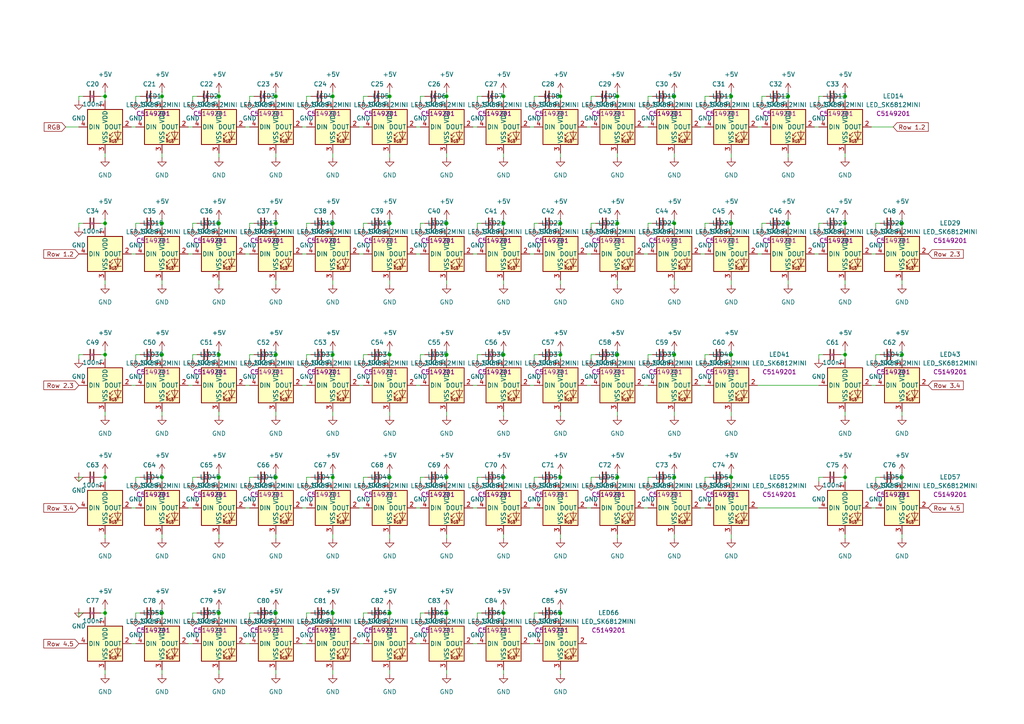
<source format=kicad_sch>
(kicad_sch (version 20250114) (generator "eeschema") (generator_version "9.0")
  (paper "A4")
  (junction (at 146.05 138.43))
  (junction (at 162.56 138.43))
  (junction (at 96.52 102.87))
  (junction (at 228.6 27.94))
  (junction (at 212.09 27.94))
  (junction (at 46.99 177.8))
  (junction (at 179.07 64.77))
  (junction (at 245.11 138.43))
  (junction (at 245.11 102.87))
  (junction (at 63.5 27.94))
  (junction (at 162.56 64.77))
  (junction (at 80.01 138.43))
  (junction (at 261.62 102.87))
  (junction (at 146.05 64.77))
  (junction (at 96.52 138.43))
  (junction (at 212.09 64.77))
  (junction (at 146.05 102.87))
  (junction (at 63.5 102.87))
  (junction (at 113.03 64.77))
  (junction (at 30.48 138.43))
  (junction (at 195.58 102.87))
  (junction (at 46.99 27.94))
  (junction (at 46.99 138.43))
  (junction (at 80.01 177.8))
  (junction (at 245.11 27.94))
  (junction (at 113.03 27.94))
  (junction (at 179.07 27.94))
  (junction (at 129.54 64.77))
  (junction (at 129.54 177.8))
  (junction (at 245.11 64.77))
  (junction (at 113.03 138.43))
  (junction (at 261.62 64.77))
  (junction (at 80.01 102.87))
  (junction (at 30.48 177.8))
  (junction (at 30.48 64.77))
  (junction (at 30.48 102.87))
  (junction (at 212.09 102.87))
  (junction (at 129.54 102.87))
  (junction (at 63.5 177.8))
  (junction (at 46.99 64.77))
  (junction (at 30.48 27.94))
  (junction (at 179.07 102.87))
  (junction (at 195.58 64.77))
  (junction (at 96.52 64.77))
  (junction (at 195.58 27.94))
  (junction (at 146.05 27.94))
  (junction (at 63.5 138.43))
  (junction (at 113.03 177.8))
  (junction (at 179.07 138.43))
  (junction (at 129.54 27.94))
  (junction (at 146.05 177.8))
  (junction (at 162.56 27.94))
  (junction (at 96.52 27.94))
  (junction (at 80.01 64.77))
  (junction (at 228.6 64.77))
  (junction (at 129.54 138.43))
  (junction (at 113.03 102.87))
  (junction (at 195.58 138.43))
  (junction (at 80.01 27.94))
  (junction (at 46.99 102.87))
  (junction (at 63.5 64.77))
  (junction (at 212.09 138.43))
  (junction (at 162.56 102.87))
  (junction (at 162.56 177.8))
  (junction (at 96.52 177.8))
  (junction (at 261.62 138.43))
  (wire (pts (xy 55.88 102.87) (xy 55.88 104.14)))
  (wire (pts (xy 146.05 64.77) (xy 146.05 66.04)))
  (wire (pts (xy 40.64 102.87) (xy 39.37 102.87)))
  (wire (pts (xy 128.27 27.94) (xy 129.54 27.94)))
  (wire (pts (xy 90.17 102.87) (xy 88.9 102.87)))
  (wire (pts (xy 129.54 63.5) (xy 129.54 64.77)))
  (wire (pts (xy 30.48 154.94) (xy 30.48 156.21)))
  (wire (pts (xy 204.47 138.43) (xy 204.47 139.7)))
  (wire (pts (xy 138.43 102.87) (xy 138.43 104.14)))
  (wire (pts (xy 73.66 177.8) (xy 72.39 177.8)))
  (wire (pts (xy 204.47 64.77) (xy 204.47 66.04)))
  (wire (pts (xy 111.76 27.94) (xy 113.03 27.94)))
  (wire (pts (xy 177.8 138.43) (xy 179.07 138.43)))
  (wire (pts (xy 144.78 64.77) (xy 146.05 64.77)))
  (wire (pts (xy 104.14 111.76) (xy 105.41 111.76)))
  (wire (pts (xy 146.05 102.87) (xy 146.05 104.14)))
  (wire (pts (xy 153.67 73.66) (xy 154.94 73.66)))
  (wire (pts (xy 128.27 138.43) (xy 129.54 138.43)))
  (wire (pts (xy 228.6 81.28) (xy 228.6 82.55)))
  (wire (pts (xy 219.71 111.76) (xy 237.49 111.76)))
  (wire (pts (xy 179.07 101.6) (xy 179.07 102.87)))
  (wire (pts (xy 57.15 177.8) (xy 55.88 177.8)))
  (wire (pts (xy 62.23 138.43) (xy 63.5 138.43)))
  (wire (pts (xy 195.58 138.43) (xy 195.58 139.7)))
  (wire (pts (xy 179.07 154.94) (xy 179.07 156.21)))
  (wire (pts (xy 139.7 138.43) (xy 138.43 138.43)))
  (wire (pts (xy 252.73 111.76) (xy 254 111.76)))
  (wire (pts (xy 72.39 64.77) (xy 72.39 66.04)))
  (wire (pts (xy 45.72 138.43) (xy 46.99 138.43)))
  (wire (pts (xy 228.6 44.45) (xy 228.6 45.72)))
  (wire (pts (xy 30.48 63.5) (xy 30.48 64.77)))
  (wire (pts (xy 245.11 102.87) (xy 245.11 104.14)))
  (wire (pts (xy 54.61 36.83) (xy 55.88 36.83)))
  (wire (pts (xy 128.27 177.8) (xy 129.54 177.8)))
  (wire (pts (xy 90.17 177.8) (xy 88.9 177.8)))
  (wire (pts (xy 205.74 27.94) (xy 204.47 27.94)))
  (wire (pts (xy 105.41 177.8) (xy 105.41 179.07)))
  (wire (pts (xy 162.56 81.28) (xy 162.56 82.55)))
  (wire (pts (xy 96.52 27.94) (xy 96.52 29.21)))
  (wire (pts (xy 113.03 102.87) (xy 113.03 104.14)))
  (wire (pts (xy 138.43 138.43) (xy 138.43 139.7)))
  (wire (pts (xy 212.09 119.38) (xy 212.09 120.65)))
  (wire (pts (xy 212.09 27.94) (xy 212.09 29.21)))
  (wire (pts (xy 72.39 138.43) (xy 72.39 139.7)))
  (wire (pts (xy 139.7 27.94) (xy 138.43 27.94)))
  (wire (pts (xy 105.41 102.87) (xy 105.41 104.14)))
  (wire (pts (xy 63.5 63.5) (xy 63.5 64.77)))
  (wire (pts (xy 40.64 27.94) (xy 39.37 27.94)))
  (wire (pts (xy 189.23 27.94) (xy 187.96 27.94)))
  (wire (pts (xy 179.07 63.5) (xy 179.07 64.77)))
  (wire (pts (xy 238.76 138.43) (xy 237.49 138.43)))
  (wire (pts (xy 236.22 36.83) (xy 237.49 36.83)))
  (wire (pts (xy 128.27 102.87) (xy 129.54 102.87)))
  (wire (pts (xy 205.74 138.43) (xy 204.47 138.43)))
  (wire (pts (xy 146.05 101.6) (xy 146.05 102.87)))
  (wire (pts (xy 54.61 111.76) (xy 55.88 111.76)))
  (wire (pts (xy 227.33 64.77) (xy 228.6 64.77)))
  (wire (pts (xy 212.09 101.6) (xy 212.09 102.87)))
  (wire (pts (xy 24.13 177.8) (xy 22.86 177.8)))
  (wire (pts (xy 212.09 81.28) (xy 212.09 82.55)))
  (wire (pts (xy 144.78 102.87) (xy 146.05 102.87)))
  (wire (pts (xy 46.99 26.67) (xy 46.99 27.94)))
  (wire (pts (xy 261.62 138.43) (xy 261.62 139.7)))
  (wire (pts (xy 162.56 63.5) (xy 162.56 64.77)))
  (wire (pts (xy 46.99 119.38) (xy 46.99 120.65)))
  (wire (pts (xy 106.68 102.87) (xy 105.41 102.87)))
  (wire (pts (xy 63.5 27.94) (xy 63.5 29.21)))
  (wire (pts (xy 195.58 119.38) (xy 195.58 120.65)))
  (wire (pts (xy 243.84 138.43) (xy 245.11 138.43)))
  (wire (pts (xy 80.01 138.43) (xy 80.01 139.7)))
  (wire (pts (xy 72.39 27.94) (xy 72.39 29.21)))
  (wire (pts (xy 146.05 138.43) (xy 146.05 139.7)))
  (wire (pts (xy 128.27 64.77) (xy 129.54 64.77)))
  (wire (pts (xy 146.05 154.94) (xy 146.05 156.21)))
  (wire (pts (xy 30.48 137.16) (xy 30.48 138.43)))
  (wire (pts (xy 106.68 64.77) (xy 105.41 64.77)))
  (wire (pts (xy 179.07 81.28) (xy 179.07 82.55)))
  (wire (pts (xy 186.69 73.66) (xy 187.96 73.66)))
  (wire (pts (xy 22.86 102.87) (xy 22.86 104.14)))
  (wire (pts (xy 96.52 64.77) (xy 96.52 66.04)))
  (wire (pts (xy 146.05 81.28) (xy 146.05 82.55)))
  (wire (pts (xy 40.64 64.77) (xy 39.37 64.77)))
  (wire (pts (xy 95.25 138.43) (xy 96.52 138.43)))
  (wire (pts (xy 153.67 186.69) (xy 154.94 186.69)))
  (wire (pts (xy 39.37 64.77) (xy 39.37 66.04)))
  (wire (pts (xy 261.62 137.16) (xy 261.62 138.43)))
  (wire (pts (xy 29.21 177.8) (xy 30.48 177.8)))
  (wire (pts (xy 220.98 64.77) (xy 220.98 66.04)))
  (wire (pts (xy 245.11 81.28) (xy 245.11 82.55)))
  (wire (pts (xy 138.43 177.8) (xy 138.43 179.07)))
  (wire (pts (xy 161.29 138.43) (xy 162.56 138.43)))
  (wire (pts (xy 30.48 26.67) (xy 30.48 27.94)))
  (wire (pts (xy 144.78 138.43) (xy 146.05 138.43)))
  (wire (pts (xy 261.62 102.87) (xy 261.62 104.14)))
  (wire (pts (xy 222.25 64.77) (xy 220.98 64.77)))
  (wire (pts (xy 62.23 64.77) (xy 63.5 64.77)))
  (wire (pts (xy 162.56 119.38) (xy 162.56 120.65)))
  (wire (pts (xy 96.52 63.5) (xy 96.52 64.77)))
  (wire (pts (xy 87.63 147.32) (xy 88.9 147.32)))
  (wire (pts (xy 46.99 194.31) (xy 46.99 195.58)))
  (wire (pts (xy 38.1 186.69) (xy 39.37 186.69)))
  (wire (pts (xy 162.56 137.16) (xy 162.56 138.43)))
  (wire (pts (xy 154.94 138.43) (xy 154.94 139.7)))
  (wire (pts (xy 129.54 177.8) (xy 129.54 179.07)))
  (wire (pts (xy 71.12 186.69) (xy 72.39 186.69)))
  (wire (pts (xy 46.99 177.8) (xy 46.99 179.07)))
  (wire (pts (xy 121.92 64.77) (xy 121.92 66.04)))
  (wire (pts (xy 195.58 27.94) (xy 195.58 29.21)))
  (wire (pts (xy 96.52 102.87) (xy 96.52 104.14)))
  (wire (pts (xy 39.37 177.8) (xy 39.37 179.07)))
  (wire (pts (xy 105.41 64.77) (xy 105.41 66.04)))
  (wire (pts (xy 19.05 36.83) (xy 22.86 36.83)))
  (wire (pts (xy 90.17 27.94) (xy 88.9 27.94)))
  (wire (pts (xy 156.21 27.94) (xy 154.94 27.94)))
  (wire (pts (xy 210.82 102.87) (xy 212.09 102.87)))
  (wire (pts (xy 212.09 137.16) (xy 212.09 138.43)))
  (wire (pts (xy 129.54 101.6) (xy 129.54 102.87)))
  (wire (pts (xy 80.01 44.45) (xy 80.01 45.72)))
  (wire (pts (xy 113.03 138.43) (xy 113.03 139.7)))
  (wire (pts (xy 121.92 27.94) (xy 121.92 29.21)))
  (wire (pts (xy 80.01 26.67) (xy 80.01 27.94)))
  (wire (pts (xy 95.25 102.87) (xy 96.52 102.87)))
  (wire (pts (xy 195.58 102.87) (xy 195.58 104.14)))
  (wire (pts (xy 245.11 138.43) (xy 245.11 139.7)))
  (wire (pts (xy 63.5 138.43) (xy 63.5 139.7)))
  (wire (pts (xy 162.56 44.45) (xy 162.56 45.72)))
  (wire (pts (xy 46.99 27.94) (xy 46.99 29.21)))
  (wire (pts (xy 40.64 138.43) (xy 39.37 138.43)))
  (wire (pts (xy 146.05 137.16) (xy 146.05 138.43)))
  (wire (pts (xy 179.07 102.87) (xy 179.07 104.14)))
  (wire (pts (xy 245.11 63.5) (xy 245.11 64.77)))
  (wire (pts (xy 146.05 44.45) (xy 146.05 45.72)))
  (wire (pts (xy 113.03 27.94) (xy 113.03 29.21)))
  (wire (pts (xy 106.68 27.94) (xy 105.41 27.94)))
  (wire (pts (xy 104.14 36.83) (xy 105.41 36.83)))
  (wire (pts (xy 179.07 64.77) (xy 179.07 66.04)))
  (wire (pts (xy 171.45 64.77) (xy 171.45 66.04)))
  (wire (pts (xy 179.07 44.45) (xy 179.07 45.72)))
  (wire (pts (xy 146.05 63.5) (xy 146.05 64.77)))
  (wire (pts (xy 78.74 177.8) (xy 80.01 177.8)))
  (wire (pts (xy 194.31 27.94) (xy 195.58 27.94)))
  (wire (pts (xy 63.5 154.94) (xy 63.5 156.21)))
  (wire (pts (xy 205.74 102.87) (xy 204.47 102.87)))
  (wire (pts (xy 171.45 138.43) (xy 171.45 139.7)))
  (wire (pts (xy 72.39 177.8) (xy 72.39 179.07)))
  (wire (pts (xy 87.63 36.83) (xy 88.9 36.83)))
  (wire (pts (xy 255.27 102.87) (xy 254 102.87)))
  (wire (pts (xy 139.7 102.87) (xy 138.43 102.87)))
  (wire (pts (xy 38.1 111.76) (xy 39.37 111.76)))
  (wire (pts (xy 261.62 64.77) (xy 261.62 66.04)))
  (wire (pts (xy 57.15 27.94) (xy 55.88 27.94)))
  (wire (pts (xy 137.16 36.83) (xy 138.43 36.83)))
  (wire (pts (xy 245.11 154.94) (xy 245.11 156.21)))
  (wire (pts (xy 39.37 27.94) (xy 39.37 29.21)))
  (wire (pts (xy 113.03 176.53) (xy 113.03 177.8)))
  (wire (pts (xy 255.27 64.77) (xy 254 64.77)))
  (wire (pts (xy 106.68 177.8) (xy 105.41 177.8)))
  (wire (pts (xy 90.17 138.43) (xy 88.9 138.43)))
  (wire (pts (xy 63.5 177.8) (xy 63.5 179.07)))
  (wire (pts (xy 80.01 102.87) (xy 80.01 104.14)))
  (wire (pts (xy 38.1 147.32) (xy 39.37 147.32)))
  (wire (pts (xy 210.82 64.77) (xy 212.09 64.77)))
  (wire (pts (xy 22.86 27.94) (xy 22.86 29.21)))
  (wire (pts (xy 96.52 101.6) (xy 96.52 102.87)))
  (wire (pts (xy 186.69 36.83) (xy 187.96 36.83)))
  (wire (pts (xy 106.68 138.43) (xy 105.41 138.43)))
  (wire (pts (xy 22.86 64.77) (xy 22.86 66.04)))
  (wire (pts (xy 63.5 194.31) (xy 63.5 195.58)))
  (wire (pts (xy 179.07 137.16) (xy 179.07 138.43)))
  (wire (pts (xy 57.15 102.87) (xy 55.88 102.87)))
  (wire (pts (xy 161.29 27.94) (xy 162.56 27.94)))
  (wire (pts (xy 111.76 64.77) (xy 113.03 64.77)))
  (wire (pts (xy 252.73 73.66) (xy 254 73.66)))
  (wire (pts (xy 212.09 26.67) (xy 212.09 27.94)))
  (wire (pts (xy 55.88 138.43) (xy 55.88 139.7)))
  (wire (pts (xy 87.63 73.66) (xy 88.9 73.66)))
  (wire (pts (xy 57.15 64.77) (xy 55.88 64.77)))
  (wire (pts (xy 63.5 102.87) (xy 63.5 104.14)))
  (wire (pts (xy 154.94 27.94) (xy 154.94 29.21)))
  (wire (pts (xy 123.19 138.43) (xy 121.92 138.43)))
  (wire (pts (xy 30.48 27.94) (xy 30.48 29.21)))
  (wire (pts (xy 30.48 81.28) (xy 30.48 82.55)))
  (wire (pts (xy 156.21 138.43) (xy 154.94 138.43)))
  (wire (pts (xy 80.01 119.38) (xy 80.01 120.65)))
  (wire (pts (xy 260.35 64.77) (xy 261.62 64.77)))
  (wire (pts (xy 87.63 111.76) (xy 88.9 111.76)))
  (wire (pts (xy 123.19 27.94) (xy 121.92 27.94)))
  (wire (pts (xy 30.48 177.8) (xy 30.48 179.07)))
  (wire (pts (xy 172.72 102.87) (xy 171.45 102.87)))
  (wire (pts (xy 195.58 81.28) (xy 195.58 82.55)))
  (wire (pts (xy 123.19 177.8) (xy 121.92 177.8)))
  (wire (pts (xy 96.52 26.67) (xy 96.52 27.94)))
  (wire (pts (xy 38.1 36.83) (xy 39.37 36.83)))
  (wire (pts (xy 129.54 194.31) (xy 129.54 195.58)))
  (wire (pts (xy 261.62 119.38) (xy 261.62 120.65)))
  (wire (pts (xy 39.37 138.43) (xy 39.37 139.7)))
  (wire (pts (xy 46.99 44.45) (xy 46.99 45.72)))
  (wire (pts (xy 30.48 102.87) (xy 30.48 104.14)))
  (wire (pts (xy 24.13 138.43) (xy 22.86 138.43)))
  (wire (pts (xy 96.52 137.16) (xy 96.52 138.43)))
  (wire (pts (xy 90.17 64.77) (xy 88.9 64.77)))
  (wire (pts (xy 138.43 27.94) (xy 138.43 29.21)))
  (wire (pts (xy 30.48 101.6) (xy 30.48 102.87)))
  (wire (pts (xy 243.84 27.94) (xy 245.11 27.94)))
  (wire (pts (xy 187.96 64.77) (xy 187.96 66.04)))
  (wire (pts (xy 113.03 154.94) (xy 113.03 156.21)))
  (wire (pts (xy 113.03 63.5) (xy 113.03 64.77)))
  (wire (pts (xy 120.65 186.69) (xy 121.92 186.69)))
  (wire (pts (xy 129.54 26.67) (xy 129.54 27.94)))
  (wire (pts (xy 144.78 27.94) (xy 146.05 27.94)))
  (wire (pts (xy 137.16 186.69) (xy 138.43 186.69)))
  (wire (pts (xy 54.61 186.69) (xy 55.88 186.69)))
  (wire (pts (xy 55.88 64.77) (xy 55.88 66.04)))
  (wire (pts (xy 162.56 26.67) (xy 162.56 27.94)))
  (wire (pts (xy 227.33 27.94) (xy 228.6 27.94)))
  (wire (pts (xy 129.54 119.38) (xy 129.54 120.65)))
  (wire (pts (xy 245.11 44.45) (xy 245.11 45.72)))
  (wire (pts (xy 129.54 176.53) (xy 129.54 177.8)))
  (wire (pts (xy 137.16 111.76) (xy 138.43 111.76)))
  (wire (pts (xy 80.01 137.16) (xy 80.01 138.43)))
  (wire (pts (xy 45.72 64.77) (xy 46.99 64.77)))
  (wire (pts (xy 129.54 102.87) (xy 129.54 104.14)))
  (wire (pts (xy 129.54 27.94) (xy 129.54 29.21)))
  (wire (pts (xy 228.6 63.5) (xy 228.6 64.77)))
  (wire (pts (xy 129.54 154.94) (xy 129.54 156.21)))
  (wire (pts (xy 177.8 27.94) (xy 179.07 27.94)))
  (wire (pts (xy 129.54 64.77) (xy 129.54 66.04)))
  (wire (pts (xy 55.88 27.94) (xy 55.88 29.21)))
  (wire (pts (xy 46.99 102.87) (xy 46.99 104.14)))
  (wire (pts (xy 195.58 26.67) (xy 195.58 27.94)))
  (wire (pts (xy 170.18 147.32) (xy 171.45 147.32)))
  (wire (pts (xy 254 138.43) (xy 254 139.7)))
  (wire (pts (xy 80.01 177.8) (xy 80.01 179.07)))
  (wire (pts (xy 63.5 81.28) (xy 63.5 82.55)))
  (wire (pts (xy 162.56 64.77) (xy 162.56 66.04)))
  (wire (pts (xy 29.21 64.77) (xy 30.48 64.77)))
  (wire (pts (xy 195.58 154.94) (xy 195.58 156.21)))
  (wire (pts (xy 195.58 64.77) (xy 195.58 66.04)))
  (wire (pts (xy 71.12 111.76) (xy 72.39 111.76)))
  (wire (pts (xy 137.16 73.66) (xy 138.43 73.66)))
  (wire (pts (xy 39.37 102.87) (xy 39.37 104.14)))
  (wire (pts (xy 170.18 111.76) (xy 171.45 111.76)))
  (wire (pts (xy 154.94 177.8) (xy 154.94 179.07)))
  (wire (pts (xy 237.49 102.87) (xy 237.49 104.14)))
  (wire (pts (xy 203.2 36.83) (xy 204.47 36.83)))
  (wire (pts (xy 189.23 138.43) (xy 187.96 138.43)))
  (wire (pts (xy 146.05 26.67) (xy 146.05 27.94)))
  (wire (pts (xy 30.48 64.77) (xy 30.48 66.04)))
  (wire (pts (xy 171.45 27.94) (xy 171.45 29.21)))
  (wire (pts (xy 194.31 138.43) (xy 195.58 138.43)))
  (wire (pts (xy 210.82 138.43) (xy 212.09 138.43)))
  (wire (pts (xy 170.18 36.83) (xy 171.45 36.83)))
  (wire (pts (xy 212.09 102.87) (xy 212.09 104.14)))
  (wire (pts (xy 204.47 27.94) (xy 204.47 29.21)))
  (wire (pts (xy 62.23 27.94) (xy 63.5 27.94)))
  (wire (pts (xy 78.74 138.43) (xy 80.01 138.43)))
  (wire (pts (xy 78.74 102.87) (xy 80.01 102.87)))
  (wire (pts (xy 212.09 138.43) (xy 212.09 139.7)))
  (wire (pts (xy 162.56 154.94) (xy 162.56 156.21)))
  (wire (pts (xy 38.1 73.66) (xy 39.37 73.66)))
  (wire (pts (xy 73.66 102.87) (xy 72.39 102.87)))
  (wire (pts (xy 245.11 101.6) (xy 245.11 102.87)))
  (wire (pts (xy 46.99 81.28) (xy 46.99 82.55)))
  (wire (pts (xy 195.58 137.16) (xy 195.58 138.43)))
  (wire (pts (xy 238.76 64.77) (xy 237.49 64.77)))
  (wire (pts (xy 88.9 138.43) (xy 88.9 139.7)))
  (wire (pts (xy 111.76 102.87) (xy 113.03 102.87)))
  (wire (pts (xy 162.56 177.8) (xy 162.56 179.07)))
  (wire (pts (xy 80.01 27.94) (xy 80.01 29.21)))
  (wire (pts (xy 186.69 147.32) (xy 187.96 147.32)))
  (wire (pts (xy 62.23 177.8) (xy 63.5 177.8)))
  (wire (pts (xy 195.58 101.6) (xy 195.58 102.87)))
  (wire (pts (xy 170.18 73.66) (xy 171.45 73.66)))
  (wire (pts (xy 96.52 81.28) (xy 96.52 82.55)))
  (wire (pts (xy 123.19 102.87) (xy 121.92 102.87)))
  (wire (pts (xy 113.03 137.16) (xy 113.03 138.43)))
  (wire (pts (xy 228.6 27.94) (xy 228.6 29.21)))
  (wire (pts (xy 63.5 101.6) (xy 63.5 102.87)))
  (wire (pts (xy 146.05 177.8) (xy 146.05 179.07)))
  (wire (pts (xy 62.23 102.87) (xy 63.5 102.87)))
  (wire (pts (xy 161.29 177.8) (xy 162.56 177.8)))
  (wire (pts (xy 179.07 27.94) (xy 179.07 29.21)))
  (wire (pts (xy 194.31 64.77) (xy 195.58 64.77)))
  (wire (pts (xy 260.35 102.87) (xy 261.62 102.87)))
  (wire (pts (xy 172.72 27.94) (xy 171.45 27.94)))
  (wire (pts (xy 237.49 64.77) (xy 237.49 66.04)))
  (wire (pts (xy 194.31 102.87) (xy 195.58 102.87)))
  (wire (pts (xy 121.92 177.8) (xy 121.92 179.07)))
  (wire (pts (xy 219.71 36.83) (xy 220.98 36.83)))
  (wire (pts (xy 45.72 177.8) (xy 46.99 177.8)))
  (wire (pts (xy 88.9 64.77) (xy 88.9 66.04)))
  (wire (pts (xy 113.03 64.77) (xy 113.03 66.04)))
  (wire (pts (xy 29.21 102.87) (xy 30.48 102.87)))
  (wire (pts (xy 162.56 176.53) (xy 162.56 177.8)))
  (wire (pts (xy 120.65 111.76) (xy 121.92 111.76)))
  (wire (pts (xy 54.61 73.66) (xy 55.88 73.66)))
  (wire (pts (xy 46.99 63.5) (xy 46.99 64.77)))
  (wire (pts (xy 260.35 138.43) (xy 261.62 138.43)))
  (wire (pts (xy 80.01 194.31) (xy 80.01 195.58)))
  (wire (pts (xy 204.47 102.87) (xy 204.47 104.14)))
  (wire (pts (xy 129.54 137.16) (xy 129.54 138.43)))
  (wire (pts (xy 129.54 81.28) (xy 129.54 82.55)))
  (wire (pts (xy 245.11 27.94) (xy 245.11 29.21)))
  (wire (pts (xy 137.16 147.32) (xy 138.43 147.32)))
  (wire (pts (xy 162.56 101.6) (xy 162.56 102.87)))
  (wire (pts (xy 80.01 101.6) (xy 80.01 102.87)))
  (wire (pts (xy 24.13 64.77) (xy 22.86 64.77)))
  (wire (pts (xy 162.56 102.87) (xy 162.56 104.14)))
  (wire (pts (xy 113.03 81.28) (xy 113.03 82.55)))
  (wire (pts (xy 113.03 44.45) (xy 113.03 45.72)))
  (wire (pts (xy 189.23 64.77) (xy 187.96 64.77)))
  (wire (pts (xy 261.62 63.5) (xy 261.62 64.77)))
  (wire (pts (xy 187.96 27.94) (xy 187.96 29.21)))
  (wire (pts (xy 96.52 44.45) (xy 96.52 45.72)))
  (wire (pts (xy 195.58 44.45) (xy 195.58 45.72)))
  (wire (pts (xy 80.01 81.28) (xy 80.01 82.55)))
  (wire (pts (xy 113.03 101.6) (xy 113.03 102.87)))
  (wire (pts (xy 129.54 138.43) (xy 129.54 139.7)))
  (wire (pts (xy 30.48 44.45) (xy 30.48 45.72)))
  (wire (pts (xy 195.58 63.5) (xy 195.58 64.77)))
  (wire (pts (xy 254 102.87) (xy 254 104.14)))
  (wire (pts (xy 73.66 138.43) (xy 72.39 138.43)))
  (wire (pts (xy 222.25 27.94) (xy 220.98 27.94)))
  (wire (pts (xy 238.76 102.87) (xy 237.49 102.87)))
  (wire (pts (xy 87.63 186.69) (xy 88.9 186.69)))
  (wire (pts (xy 96.52 176.53) (xy 96.52 177.8)))
  (wire (pts (xy 245.11 119.38) (xy 245.11 120.65)))
  (wire (pts (xy 63.5 44.45) (xy 63.5 45.72)))
  (wire (pts (xy 96.52 194.31) (xy 96.52 195.58)))
  (wire (pts (xy 80.01 154.94) (xy 80.01 156.21)))
  (wire (pts (xy 30.48 138.43) (xy 30.48 139.7)))
  (wire (pts (xy 146.05 176.53) (xy 146.05 177.8)))
  (wire (pts (xy 30.48 194.31) (xy 30.48 195.58)))
  (wire (pts (xy 104.14 186.69) (xy 105.41 186.69)))
  (wire (pts (xy 45.72 27.94) (xy 46.99 27.94)))
  (wire (pts (xy 144.78 177.8) (xy 146.05 177.8)))
  (wire (pts (xy 63.5 119.38) (xy 63.5 120.65)))
  (wire (pts (xy 120.65 147.32) (xy 121.92 147.32)))
  (wire (pts (xy 30.48 176.53) (xy 30.48 177.8)))
  (wire (pts (xy 154.94 64.77) (xy 154.94 66.04)))
  (wire (pts (xy 63.5 64.77) (xy 63.5 66.04)))
  (wire (pts (xy 179.07 119.38) (xy 179.07 120.65)))
  (wire (pts (xy 24.13 102.87) (xy 22.86 102.87)))
  (wire (pts (xy 120.65 36.83) (xy 121.92 36.83)))
  (wire (pts (xy 161.29 102.87) (xy 162.56 102.87)))
  (wire (pts (xy 45.72 102.87) (xy 46.99 102.87)))
  (wire (pts (xy 187.96 138.43) (xy 187.96 139.7)))
  (wire (pts (xy 121.92 102.87) (xy 121.92 104.14)))
  (wire (pts (xy 153.67 147.32) (xy 154.94 147.32)))
  (wire (pts (xy 96.52 154.94) (xy 96.52 156.21)))
  (wire (pts (xy 179.07 138.43) (xy 179.07 139.7)))
  (wire (pts (xy 162.56 194.31) (xy 162.56 195.58)))
  (wire (pts (xy 63.5 176.53) (xy 63.5 177.8)))
  (wire (pts (xy 187.96 102.87) (xy 187.96 104.14)))
  (wire (pts (xy 210.82 27.94) (xy 212.09 27.94)))
  (wire (pts (xy 111.76 177.8) (xy 113.03 177.8)))
  (wire (pts (xy 220.98 27.94) (xy 220.98 29.21)))
  (wire (pts (xy 162.56 27.94) (xy 162.56 29.21)))
  (wire (pts (xy 78.74 27.94) (xy 80.01 27.94)))
  (wire (pts (xy 156.21 64.77) (xy 154.94 64.77)))
  (wire (pts (xy 105.41 27.94) (xy 105.41 29.21)))
  (wire (pts (xy 55.88 177.8) (xy 55.88 179.07)))
  (wire (pts (xy 186.69 111.76) (xy 187.96 111.76)))
  (wire (pts (xy 255.27 138.43) (xy 254 138.43)))
  (wire (pts (xy 212.09 44.45) (xy 212.09 45.72)))
  (wire (pts (xy 96.52 138.43) (xy 96.52 139.7)))
  (wire (pts (xy 237.49 27.94) (xy 237.49 29.21)))
  (wire (pts (xy 46.99 154.94) (xy 46.99 156.21)))
  (wire (pts (xy 29.21 138.43) (xy 30.48 138.43)))
  (wire (pts (xy 54.61 147.32) (xy 55.88 147.32)))
  (wire (pts (xy 96.52 119.38) (xy 96.52 120.65)))
  (wire (pts (xy 153.67 111.76) (xy 154.94 111.76)))
  (wire (pts (xy 30.48 119.38) (xy 30.48 120.65)))
  (wire (pts (xy 113.03 26.67) (xy 113.03 27.94)))
  (wire (pts (xy 104.14 147.32) (xy 105.41 147.32)))
  (wire (pts (xy 245.11 26.67) (xy 245.11 27.94)))
  (wire (pts (xy 219.71 73.66) (xy 220.98 73.66)))
  (wire (pts (xy 46.99 137.16) (xy 46.99 138.43)))
  (wire (pts (xy 88.9 177.8) (xy 88.9 179.07)))
  (wire (pts (xy 154.94 102.87) (xy 154.94 104.14)))
  (wire (pts (xy 104.14 73.66) (xy 105.41 73.66)))
  (wire (pts (xy 113.03 119.38) (xy 113.03 120.65)))
  (wire (pts (xy 29.21 27.94) (xy 30.48 27.94)))
  (wire (pts (xy 57.15 138.43) (xy 55.88 138.43)))
  (wire (pts (xy 177.8 64.77) (xy 179.07 64.77)))
  (wire (pts (xy 254 64.77) (xy 254 66.04)))
  (wire (pts (xy 203.2 111.76) (xy 204.47 111.76)))
  (wire (pts (xy 113.03 177.8) (xy 113.03 179.07)))
  (wire (pts (xy 95.25 27.94) (xy 96.52 27.94)))
  (wire (pts (xy 212.09 154.94) (xy 212.09 156.21)))
  (wire (pts (xy 156.21 177.8) (xy 154.94 177.8)))
  (wire (pts (xy 261.62 154.94) (xy 261.62 156.21)))
  (wire (pts (xy 228.6 26.67) (xy 228.6 27.94)))
  (wire (pts (xy 205.74 64.77) (xy 204.47 64.77)))
  (wire (pts (xy 156.21 102.87) (xy 154.94 102.87)))
  (wire (pts (xy 71.12 73.66) (xy 72.39 73.66)))
  (wire (pts (xy 105.41 138.43) (xy 105.41 139.7)))
  (wire (pts (xy 24.13 27.94) (xy 22.86 27.94)))
  (wire (pts (xy 243.84 64.77) (xy 245.11 64.77)))
  (wire (pts (xy 71.12 147.32) (xy 72.39 147.32)))
  (wire (pts (xy 261.62 81.28) (xy 261.62 82.55)))
  (wire (pts (xy 129.54 44.45) (xy 129.54 45.72)))
  (wire (pts (xy 88.9 102.87) (xy 88.9 104.14)))
  (wire (pts (xy 179.07 26.67) (xy 179.07 27.94)))
  (wire (pts (xy 72.39 102.87) (xy 72.39 104.14)))
  (wire (pts (xy 113.03 194.31) (xy 113.03 195.58)))
  (wire (pts (xy 73.66 27.94) (xy 72.39 27.94)))
  (wire (pts (xy 203.2 147.32) (xy 204.47 147.32)))
  (wire (pts (xy 219.71 147.32) (xy 237.49 147.32)))
  (wire (pts (xy 95.25 177.8) (xy 96.52 177.8)))
  (wire (pts (xy 236.22 73.66) (xy 237.49 73.66)))
  (wire (pts (xy 73.66 64.77) (xy 72.39 64.77)))
  (wire (pts (xy 228.6 64.77) (xy 228.6 66.04)))
  (wire (pts (xy 95.25 64.77) (xy 96.52 64.77)))
  (wire (pts (xy 138.43 64.77) (xy 138.43 66.04)))
  (wire (pts (xy 212.09 63.5) (xy 212.09 64.77)))
  (wire (pts (xy 212.09 64.77) (xy 212.09 66.04)))
  (wire (pts (xy 203.2 73.66) (xy 204.47 73.66)))
  (wire (pts (xy 88.9 27.94) (xy 88.9 29.21)))
  (wire (pts (xy 252.73 147.32) (xy 254 147.32)))
  (wire (pts (xy 238.76 27.94) (xy 237.49 27.94)))
  (wire (pts (xy 153.67 36.83) (xy 154.94 36.83)))
  (wire (pts (xy 111.76 138.43) (xy 113.03 138.43)))
  (wire (pts (xy 96.52 177.8) (xy 96.52 179.07)))
  (wire (pts (xy 139.7 177.8) (xy 138.43 177.8)))
  (wire (pts (xy 80.01 64.77) (xy 80.01 66.04)))
  (wire (pts (xy 172.72 138.43) (xy 171.45 138.43)))
  (wire (pts (xy 252.73 36.83) (xy 259.08 36.83)))
  (wire (pts (xy 78.74 64.77) (xy 80.01 64.77)))
  (wire (pts (xy 177.8 102.87) (xy 179.07 102.87)))
  (wire (pts (xy 189.23 102.87) (xy 187.96 102.87)))
  (wire (pts (xy 146.05 119.38) (xy 146.05 120.65)))
  (wire (pts (xy 162.56 138.43) (xy 162.56 139.7)))
  (wire (pts (xy 40.64 177.8) (xy 39.37 177.8)))
  (wire (pts (xy 146.05 27.94) (xy 146.05 29.21)))
  (wire (pts (xy 171.45 102.87) (xy 171.45 104.14)))
  (wire (pts (xy 139.7 64.77) (xy 138.43 64.77)))
  (wire (pts (xy 245.11 137.16) (xy 245.11 138.43)))
  (wire (pts (xy 120.65 73.66) (xy 121.92 73.66)))
  (wire (pts (xy 261.62 101.6) (xy 261.62 102.87)))
  (wire (pts (xy 161.29 64.77) (xy 162.56 64.77)))
  (wire (pts (xy 243.84 102.87) (xy 245.11 102.87)))
  (wire (pts (xy 46.99 138.43) (xy 46.99 139.7)))
  (wire (pts (xy 237.49 138.43) (xy 237.49 139.7)))
  (wire (pts (xy 46.99 101.6) (xy 46.99 102.87)))
  (wire (pts (xy 121.92 138.43) (xy 121.92 139.7)))
  (wire (pts (xy 146.05 194.31) (xy 146.05 195.58)))
  (wire (pts (xy 245.11 64.77) (xy 245.11 66.04)))
  (wire (pts (xy 63.5 137.16) (xy 63.5 138.43)))
  (wire (pts (xy 63.5 26.67) (xy 63.5 27.94)))
  (wire (pts (xy 80.01 176.53) (xy 80.01 177.8)))
  (wire (pts (xy 80.01 63.5) (xy 80.01 64.77)))
  (wire (pts (xy 22.86 138.43) (xy 22.86 139.7)))
  (wire (pts (xy 46.99 176.53) (xy 46.99 177.8)))
  (wire (pts (xy 71.12 36.83) (xy 72.39 36.83)))
  (wire (pts (xy 123.19 64.77) (xy 121.92 64.77)))
  (wire (pts (xy 172.72 64.77) (xy 171.45 64.77)))
  (wire (pts (xy 46.99 64.77) (xy 46.99 66.04)))
  (wire (pts (xy 22.86 177.8) (xy 22.86 179.07)))
  (global_label "Row 1.2" (shape input) (at 259.08 36.83 0) (property "Intersheetrefs" "${INTERSHEET_REFS}" (effects (hide yes))))
  (global_label "Row 4.5" (shape input) (at 22.86 186.69 180) (property "Intersheetrefs" "${INTERSHEET_REFS}" (effects (hide yes))))
  (global_label "Row 3.4" (shape input) (at 269.24 111.76 0) (property "Intersheetrefs" "${INTERSHEET_REFS}" (effects (hide yes))))
  (global_label "Row 2.3" (shape input) (at 269.24 73.66 0) (property "Intersheetrefs" "${INTERSHEET_REFS}" (effects (hide yes))))
  (global_label "Row 3.4" (shape input) (at 22.86 147.32 180) (property "Intersheetrefs" "${INTERSHEET_REFS}" (effects (hide yes))))
  (global_label "Row 4.5" (shape input) (at 269.24 147.32 0) (property "Intersheetrefs" "${INTERSHEET_REFS}" (effects (hide yes))))
  (global_label "Row 2.3" (shape input) (at 22.86 111.76 180) (property "Intersheetrefs" "${INTERSHEET_REFS}" (effects (hide yes))))
  (global_label "Row 1.2" (shape input) (at 22.86 73.66 180) (property "Intersheetrefs" "${INTERSHEET_REFS}" (effects (hide yes))))
  (global_label "RGB" (shape input) (at 19.05 36.83 180) (property "Intersheetrefs" "${INTERSHEET_REFS}" (effects (hide yes))))
  (symbol (lib_id "power:+5V") (at 113.03 176.53 0) (unit 1)
    (property "Reference" "#PWR0148" (effects (hide yes)))
    (property "Value" "+5V" (at 113.03 171.45 0))
    (property "Description" "Power symbol creates a global label with name \"+5V\"" (effects (hide yes)))
  )
  (symbol (lib_id "power:+5V") (at 129.54 63.5 0) (unit 1)
    (property "Reference" "#PWR062" (effects (hide yes)))
    (property "Value" "+5V" (at 129.54 58.42 0))
    (property "Description" "Power symbol creates a global label with name \"+5V\"" (effects (hide yes)))
  )
  (symbol (lib_id "power:+5V") (at 162.56 101.6 0) (unit 1)
    (property "Reference" "#PWR096" (effects (hide yes)))
    (property "Value" "+5V" (at 162.56 96.52 0))
    (property "Description" "Power symbol creates a global label with name \"+5V\"" (effects (hide yes)))
  )
  (symbol (lib_id "ScottoKeebs:LED_SK6812MINI") (at 162.56 36.83 0) (unit 1)
    (property "Reference" "LED9" (at 176.53 27.8698 0))
    (property "Value" "LED_SK6812MINI" (at 176.53 30.4098 0))
    (property "Footprint" "ScottoKeebs_Components:LED_SK6812MINI" (effects (hide yes)))
    (property "Datasheet" "https://cdn-shop.adafruit.com/product-files/2686/SK6812MINI_REV.01-1-2.pdf" (effects (hide yes)))
    (property "Description" "RGB LED with integrated controller" (effects (hide yes)))
    (property "LCSC" "C5149201" (at 176.53 32.9498 0))
  )
  (symbol (lib_id "power:+5V") (at 212.09 101.6 0) (unit 1)
    (property "Reference" "#PWR0104" (effects (hide yes)))
    (property "Value" "+5V" (at 212.09 96.52 0))
    (property "Description" "Power symbol creates a global label with name \"+5V\"" (effects (hide yes)))
  )
  (symbol (lib_id "power:GND") (at 195.58 45.72 0) (mirror y) (unit 1)
    (property "Reference" "#PWR0165" (effects (hide yes)))
    (property "Value" "GND" (at 195.58 50.8 0))
    (property "Description" "Power symbol creates a global label with name \"GND\" , ground" (effects (hide yes)))
  )
  (symbol (lib_id "ScottoKeebs:LED_SK6812MINI") (at 261.62 111.76 0) (unit 1)
    (property "Reference" "LED43" (at 275.59 102.7998 0))
    (property "Value" "LED_SK6812MINI" (at 275.59 105.3398 0))
    (property "Footprint" "ScottoKeebs_Components:LED_SK6812MINI" (effects (hide yes)))
    (property "Datasheet" "https://cdn-shop.adafruit.com/product-files/2686/SK6812MINI_REV.01-1-2.pdf" (effects (hide yes)))
    (property "Description" "RGB LED with integrated controller" (effects (hide yes)))
    (property "LCSC" "C5149201" (at 275.59 107.8798 0))
  )
  (symbol (lib_id "power:GND") (at 179.07 156.21 0) (mirror y) (unit 1)
    (property "Reference" "#PWR0208" (effects (hide yes)))
    (property "Value" "GND" (at 179.07 161.29 0))
    (property "Description" "Power symbol creates a global label with name \"GND\" , ground" (effects (hide yes)))
  )
  (symbol (lib_id "power:+5V") (at 80.01 176.53 0) (unit 1)
    (property "Reference" "#PWR0144" (effects (hide yes)))
    (property "Value" "+5V" (at 80.01 171.45 0))
    (property "Description" "Power symbol creates a global label with name \"+5V\"" (effects (hide yes)))
  )
  (symbol (lib_id "power:GND") (at 171.45 29.21 0) (mirror y) (unit 1)
    (property "Reference" "#PWR039" (effects (hide yes)))
    (property "Value" "GND" (at 171.45 34.29 0))
    (property "Description" "Power symbol creates a global label with name \"GND\" , ground" (effects (hide yes)))
  )
  (symbol (lib_id "Device:C_Small") (at 76.2 177.8 270) (mirror x) (unit 1)
    (property "Reference" "C80" (at 74.422 174.244 90) (effects (justify left)))
    (property "Value" "100nF" (at 73.406 180.086 90) (effects (justify left)))
    (property "Footprint" "Capacitor_SMD:C_0805_2012Metric" (effects (hide yes)))
    (property "Datasheet" "~" (at 76.2 177.8 0))
  )
  (symbol (lib_id "Device:C_Small") (at 26.67 27.94 270) (mirror x) (unit 1)
    (property "Reference" "C20" (at 24.892 24.384 90) (effects (justify left)))
    (property "Value" "100nF" (at 23.876 30.226 90) (effects (justify left)))
    (property "Footprint" "Capacitor_SMD:C_0805_2012Metric" (effects (hide yes)))
    (property "Datasheet" "~" (at 26.67 27.94 0))
  )
  (symbol (lib_id "Device:C_Small") (at 175.26 27.94 270) (mirror x) (unit 1)
    (property "Reference" "C29" (at 173.482 24.384 90) (effects (justify left)))
    (property "Value" "100nF" (at 172.466 30.226 90) (effects (justify left)))
    (property "Footprint" "Capacitor_SMD:C_0805_2012Metric" (effects (hide yes)))
    (property "Datasheet" "~" (at 175.26 27.94 0))
  )
  (symbol (lib_id "power:+5V") (at 162.56 176.53 0) (unit 1)
    (property "Reference" "#PWR0154" (effects (hide yes)))
    (property "Value" "+5V" (at 162.56 171.45 0))
    (property "Description" "Power symbol creates a global label with name \"+5V\"" (effects (hide yes)))
  )
  (symbol (lib_id "power:GND") (at 30.48 82.55 0) (mirror y) (unit 1)
    (property "Reference" "#PWR0170" (effects (hide yes)))
    (property "Value" "GND" (at 30.48 87.63 0))
    (property "Description" "Power symbol creates a global label with name \"GND\" , ground" (effects (hide yes)))
  )
  (symbol (lib_id "power:GND") (at 162.56 45.72 0) (mirror y) (unit 1)
    (property "Reference" "#PWR0163" (effects (hide yes)))
    (property "Value" "GND" (at 162.56 50.8 0))
    (property "Description" "Power symbol creates a global label with name \"GND\" , ground" (effects (hide yes)))
  )
  (symbol (lib_id "Device:C_Small") (at 59.69 102.87 270) (mirror x) (unit 1)
    (property "Reference" "C51" (at 57.912 99.314 90) (effects (justify left)))
    (property "Value" "100nF" (at 56.896 105.156 90) (effects (justify left)))
    (property "Footprint" "Capacitor_SMD:C_0805_2012Metric" (effects (hide yes)))
    (property "Datasheet" "~" (at 59.69 102.87 0))
  )
  (symbol (lib_id "Device:C_Small") (at 59.69 138.43 270) (mirror x) (unit 1)
    (property "Reference" "C65" (at 57.912 134.874 90) (effects (justify left)))
    (property "Value" "100nF" (at 56.896 140.716 90) (effects (justify left)))
    (property "Footprint" "Capacitor_SMD:C_0805_2012Metric" (effects (hide yes)))
    (property "Datasheet" "~" (at 59.69 138.43 0))
  )
  (symbol (lib_id "Device:C_Small") (at 59.69 177.8 270) (mirror x) (unit 1)
    (property "Reference" "C79" (at 57.912 174.244 90) (effects (justify left)))
    (property "Value" "100nF" (at 56.896 180.086 90) (effects (justify left)))
    (property "Footprint" "Capacitor_SMD:C_0805_2012Metric" (effects (hide yes)))
    (property "Datasheet" "~" (at 59.69 177.8 0))
  )
  (symbol (lib_id "power:GND") (at 72.39 104.14 0) (mirror y) (unit 1)
    (property "Reference" "#PWR085" (effects (hide yes)))
    (property "Value" "GND" (at 72.39 109.22 0))
    (property "Description" "Power symbol creates a global label with name \"GND\" , ground" (effects (hide yes)))
  )
  (symbol (lib_id "Device:C_Small") (at 142.24 177.8 270) (mirror x) (unit 1)
    (property "Reference" "C84" (at 140.462 174.244 90) (effects (justify left)))
    (property "Value" "100nF" (at 139.446 180.086 90) (effects (justify left)))
    (property "Footprint" "Capacitor_SMD:C_0805_2012Metric" (effects (hide yes)))
    (property "Datasheet" "~" (at 142.24 177.8 0))
  )
  (symbol (lib_id "ScottoKeebs:LED_SK6812MINI") (at 162.56 147.32 0) (unit 1)
    (property "Reference" "LED52" (at 176.53 138.3598 0))
    (property "Value" "LED_SK6812MINI" (at 176.53 140.8998 0))
    (property "Footprint" "ScottoKeebs_Components:LED_SK6812MINI" (effects (hide yes)))
    (property "Datasheet" "https://cdn-shop.adafruit.com/product-files/2686/SK6812MINI_REV.01-1-2.pdf" (effects (hide yes)))
    (property "Description" "RGB LED with integrated controller" (effects (hide yes)))
    (property "LCSC" "C5149201" (at 176.53 143.4398 0))
  )
  (symbol (lib_id "Device:C_Small") (at 92.71 102.87 270) (mirror x) (unit 1)
    (property "Reference" "C53" (at 90.932 99.314 90) (effects (justify left)))
    (property "Value" "100nF" (at 89.916 105.156 90) (effects (justify left)))
    (property "Footprint" "Capacitor_SMD:C_0805_2012Metric" (effects (hide yes)))
    (property "Datasheet" "~" (at 92.71 102.87 0))
  )
  (symbol (lib_id "ScottoKeebs:LED_SK6812MINI") (at 96.52 73.66 0) (unit 1)
    (property "Reference" "LED19" (at 110.49 64.6998 0))
    (property "Value" "LED_SK6812MINI" (at 110.49 67.2398 0))
    (property "Footprint" "ScottoKeebs_Components:LED_SK6812MINI" (effects (hide yes)))
    (property "Datasheet" "https://cdn-shop.adafruit.com/product-files/2686/SK6812MINI_REV.01-1-2.pdf" (effects (hide yes)))
    (property "Description" "RGB LED with integrated controller" (effects (hide yes)))
    (property "LCSC" "C5149201" (at 110.49 69.7798 0))
  )
  (symbol (lib_id "ScottoKeebs:LED_SK6812MINI") (at 63.5 186.69 0) (unit 1)
    (property "Reference" "LED60" (at 77.47 177.7298 0))
    (property "Value" "LED_SK6812MINI" (at 77.47 180.2698 0))
    (property "Footprint" "ScottoKeebs_Components:LED_SK6812MINI" (effects (hide yes)))
    (property "Datasheet" "https://cdn-shop.adafruit.com/product-files/2686/SK6812MINI_REV.01-1-2.pdf" (effects (hide yes)))
    (property "Description" "RGB LED with integrated controller" (effects (hide yes)))
    (property "LCSC" "C5149201" (at 77.47 182.8098 0))
  )
  (symbol (lib_id "power:GND") (at 146.05 156.21 0) (mirror y) (unit 1)
    (property "Reference" "#PWR0206" (effects (hide yes)))
    (property "Value" "GND" (at 146.05 161.29 0))
    (property "Description" "Power symbol creates a global label with name \"GND\" , ground" (effects (hide yes)))
  )
  (symbol (lib_id "power:GND") (at 228.6 45.72 0) (mirror y) (unit 1)
    (property "Reference" "#PWR0167" (effects (hide yes)))
    (property "Value" "GND" (at 228.6 50.8 0))
    (property "Description" "Power symbol creates a global label with name \"GND\" , ground" (effects (hide yes)))
  )
  (symbol (lib_id "ScottoKeebs:LED_SK6812MINI") (at 46.99 73.66 0) (unit 1)
    (property "Reference" "LED16" (at 60.96 64.6998 0))
    (property "Value" "LED_SK6812MINI" (at 60.96 67.2398 0))
    (property "Footprint" "ScottoKeebs_Components:LED_SK6812MINI" (effects (hide yes)))
    (property "Datasheet" "https://cdn-shop.adafruit.com/product-files/2686/SK6812MINI_REV.01-1-2.pdf" (effects (hide yes)))
    (property "Description" "RGB LED with integrated controller" (effects (hide yes)))
    (property "LCSC" "C5149201" (at 60.96 69.7798 0))
  )
  (symbol (lib_id "Device:C_Small") (at 109.22 64.77 270) (mirror x) (unit 1)
    (property "Reference" "C39" (at 107.442 61.214 90) (effects (justify left)))
    (property "Value" "100nF" (at 106.426 67.056 90) (effects (justify left)))
    (property "Footprint" "Capacitor_SMD:C_0805_2012Metric" (effects (hide yes)))
    (property "Datasheet" "~" (at 109.22 64.77 0))
  )
  (symbol (lib_id "power:GND") (at 237.49 29.21 0) (mirror y) (unit 1)
    (property "Reference" "#PWR047" (effects (hide yes)))
    (property "Value" "GND" (at 237.49 34.29 0))
    (property "Description" "Power symbol creates a global label with name \"GND\" , ground" (effects (hide yes)))
  )
  (symbol (lib_id "power:+5V") (at 113.03 101.6 0) (unit 1)
    (property "Reference" "#PWR090" (effects (hide yes)))
    (property "Value" "+5V" (at 113.03 96.52 0))
    (property "Description" "Power symbol creates a global label with name \"+5V\"" (effects (hide yes)))
  )
  (symbol (lib_id "power:+5V") (at 162.56 26.67 0) (unit 1)
    (property "Reference" "#PWR038" (effects (hide yes)))
    (property "Value" "+5V" (at 162.56 21.59 0))
    (property "Description" "Power symbol creates a global label with name \"+5V\"" (effects (hide yes)))
  )
  (symbol (lib_id "ScottoKeebs:LED_SK6812MINI") (at 63.5 36.83 0) (unit 1)
    (property "Reference" "LED3" (at 77.47 27.8698 0))
    (property "Value" "LED_SK6812MINI" (at 77.47 30.4098 0))
    (property "Footprint" "ScottoKeebs_Components:LED_SK6812MINI" (effects (hide yes)))
    (property "Datasheet" "https://cdn-shop.adafruit.com/product-files/2686/SK6812MINI_REV.01-1-2.pdf" (effects (hide yes)))
    (property "Description" "RGB LED with integrated controller" (effects (hide yes)))
    (property "LCSC" "C5149201" (at 77.47 32.9498 0))
  )
  (symbol (lib_id "power:+5V") (at 146.05 176.53 0) (unit 1)
    (property "Reference" "#PWR0152" (effects (hide yes)))
    (property "Value" "+5V" (at 146.05 171.45 0))
    (property "Description" "Power symbol creates a global label with name \"+5V\"" (effects (hide yes)))
  )
  (symbol (lib_id "power:GND") (at 46.99 156.21 0) (mirror y) (unit 1)
    (property "Reference" "#PWR0200" (effects (hide yes)))
    (property "Value" "GND" (at 46.99 161.29 0))
    (property "Description" "Power symbol creates a global label with name \"GND\" , ground" (effects (hide yes)))
  )
  (symbol (lib_id "Device:C_Small") (at 109.22 138.43 270) (mirror x) (unit 1)
    (property "Reference" "C68" (at 107.442 134.874 90) (effects (justify left)))
    (property "Value" "100nF" (at 106.426 140.716 90) (effects (justify left)))
    (property "Footprint" "Capacitor_SMD:C_0805_2012Metric" (effects (hide yes)))
    (property "Datasheet" "~" (at 109.22 138.43 0))
  )
  (symbol (lib_id "ScottoKeebs:LED_SK6812MINI") (at 80.01 186.69 0) (unit 1)
    (property "Reference" "LED61" (at 93.98 177.7298 0))
    (property "Value" "LED_SK6812MINI" (at 93.98 180.2698 0))
    (property "Footprint" "ScottoKeebs_Components:LED_SK6812MINI" (effects (hide yes)))
    (property "Datasheet" "https://cdn-shop.adafruit.com/product-files/2686/SK6812MINI_REV.01-1-2.pdf" (effects (hide yes)))
    (property "Description" "RGB LED with integrated controller" (effects (hide yes)))
    (property "LCSC" "C5149201" (at 93.98 182.8098 0))
  )
  (symbol (lib_id "ScottoKeebs:LED_SK6812MINI") (at 162.56 186.69 0) (unit 1)
    (property "Reference" "LED66" (at 176.53 177.7298 0))
    (property "Value" "LED_SK6812MINI" (at 176.53 180.2698 0))
    (property "Footprint" "ScottoKeebs_Components:LED_SK6812MINI" (effects (hide yes)))
    (property "Datasheet" "https://cdn-shop.adafruit.com/product-files/2686/SK6812MINI_REV.01-1-2.pdf" (effects (hide yes)))
    (property "Description" "RGB LED with integrated controller" (effects (hide yes)))
    (property "LCSC" "C5149201" (at 176.53 182.8098 0))
  )
  (symbol (lib_id "power:+5V") (at 63.5 137.16 0) (unit 1)
    (property "Reference" "#PWR0114" (effects (hide yes)))
    (property "Value" "+5V" (at 63.5 132.08 0))
    (property "Description" "Power symbol creates a global label with name \"+5V\"" (effects (hide yes)))
  )
  (symbol (lib_id "power:GND") (at 63.5 45.72 0) (mirror y) (unit 1)
    (property "Reference" "#PWR0157" (effects (hide yes)))
    (property "Value" "GND" (at 63.5 50.8 0))
    (property "Description" "Power symbol creates a global label with name \"GND\" , ground" (effects (hide yes)))
  )
  (symbol (lib_id "power:GND") (at 187.96 139.7 0) (mirror y) (unit 1)
    (property "Reference" "#PWR0129" (effects (hide yes)))
    (property "Value" "GND" (at 187.96 144.78 0))
    (property "Description" "Power symbol creates a global label with name \"GND\" , ground" (effects (hide yes)))
  )
  (symbol (lib_id "power:GND") (at 212.09 45.72 0) (mirror y) (unit 1)
    (property "Reference" "#PWR0166" (effects (hide yes)))
    (property "Value" "GND" (at 212.09 50.8 0))
    (property "Description" "Power symbol creates a global label with name \"GND\" , ground" (effects (hide yes)))
  )
  (symbol (lib_id "ScottoKeebs:LED_SK6812MINI") (at 146.05 73.66 0) (unit 1)
    (property "Reference" "LED22" (at 160.02 64.6998 0))
    (property "Value" "LED_SK6812MINI" (at 160.02 67.2398 0))
    (property "Footprint" "ScottoKeebs_Components:LED_SK6812MINI" (effects (hide yes)))
    (property "Datasheet" "https://cdn-shop.adafruit.com/product-files/2686/SK6812MINI_REV.01-1-2.pdf" (effects (hide yes)))
    (property "Description" "RGB LED with integrated controller" (effects (hide yes)))
    (property "LCSC" "C5149201" (at 160.02 69.7798 0))
  )
  (symbol (lib_id "ScottoKeebs:LED_SK6812MINI") (at 129.54 147.32 0) (unit 1)
    (property "Reference" "LED50" (at 143.51 138.3598 0))
    (property "Value" "LED_SK6812MINI" (at 143.51 140.8998 0))
    (property "Footprint" "ScottoKeebs_Components:LED_SK6812MINI" (effects (hide yes)))
    (property "Datasheet" "https://cdn-shop.adafruit.com/product-files/2686/SK6812MINI_REV.01-1-2.pdf" (effects (hide yes)))
    (property "Description" "RGB LED with integrated controller" (effects (hide yes)))
    (property "LCSC" "C5149201" (at 143.51 143.4398 0))
  )
  (symbol (lib_id "Device:C_Small") (at 26.67 102.87 270) (mirror x) (unit 1)
    (property "Reference" "C49" (at 24.892 99.314 90) (effects (justify left)))
    (property "Value" "100nF" (at 23.876 105.156 90) (effects (justify left)))
    (property "Footprint" "Capacitor_SMD:C_0805_2012Metric" (effects (hide yes)))
    (property "Datasheet" "~" (at 26.67 102.87 0))
  )
  (symbol (lib_id "power:GND") (at 138.43 179.07 0) (mirror y) (unit 1)
    (property "Reference" "#PWR0151" (effects (hide yes)))
    (property "Value" "GND" (at 138.43 184.15 0))
    (property "Description" "Power symbol creates a global label with name \"GND\" , ground" (effects (hide yes)))
  )
  (symbol (lib_id "power:+5V") (at 146.05 26.67 0) (unit 1)
    (property "Reference" "#PWR036" (effects (hide yes)))
    (property "Value" "+5V" (at 146.05 21.59 0))
    (property "Description" "Power symbol creates a global label with name \"+5V\"" (effects (hide yes)))
  )
  (symbol (lib_id "power:GND") (at 154.94 29.21 0) (mirror y) (unit 1)
    (property "Reference" "#PWR037" (effects (hide yes)))
    (property "Value" "GND" (at 154.94 34.29 0))
    (property "Description" "Power symbol creates a global label with name \"GND\" , ground" (effects (hide yes)))
  )
  (symbol (lib_id "power:GND") (at 261.62 156.21 0) (mirror y) (unit 1)
    (property "Reference" "#PWR0213" (effects (hide yes)))
    (property "Value" "GND" (at 261.62 161.29 0))
    (property "Description" "Power symbol creates a global label with name \"GND\" , ground" (effects (hide yes)))
  )
  (symbol (lib_id "ScottoKeebs:LED_SK6812MINI") (at 228.6 73.66 0) (unit 1)
    (property "Reference" "LED27" (at 242.57 64.6998 0))
    (property "Value" "LED_SK6812MINI" (at 242.57 67.2398 0))
    (property "Footprint" "ScottoKeebs_Components:LED_SK6812MINI" (effects (hide yes)))
    (property "Datasheet" "https://cdn-shop.adafruit.com/product-files/2686/SK6812MINI_REV.01-1-2.pdf" (effects (hide yes)))
    (property "Description" "RGB LED with integrated controller" (effects (hide yes)))
    (property "LCSC" "C5149201" (at 242.57 69.7798 0))
  )
  (symbol (lib_id "power:GND") (at 22.86 104.14 0) (mirror y) (unit 1)
    (property "Reference" "#PWR079" (effects (hide yes)))
    (property "Value" "GND" (at 22.86 109.22 0))
    (property "Description" "Power symbol creates a global label with name \"GND\" , ground" (effects (hide yes)))
  )
  (symbol (lib_id "power:+5V") (at 96.52 176.53 0) (unit 1)
    (property "Reference" "#PWR0146" (effects (hide yes)))
    (property "Value" "+5V" (at 96.52 171.45 0))
    (property "Description" "Power symbol creates a global label with name \"+5V\"" (effects (hide yes)))
  )
  (symbol (lib_id "power:+5V") (at 46.99 63.5 0) (unit 1)
    (property "Reference" "#PWR052" (effects (hide yes)))
    (property "Value" "+5V" (at 46.99 58.42 0))
    (property "Description" "Power symbol creates a global label with name \"+5V\"" (effects (hide yes)))
  )
  (symbol (lib_id "power:GND") (at 46.99 195.58 0) (mirror y) (unit 1)
    (property "Reference" "#PWR0214" (effects (hide yes)))
    (property "Value" "GND" (at 46.99 200.66 0))
    (property "Description" "Power symbol creates a global label with name \"GND\" , ground" (effects (hide yes)))
  )
  (symbol (lib_id "power:+5V") (at 113.03 26.67 0) (unit 1)
    (property "Reference" "#PWR032" (effects (hide yes)))
    (property "Value" "+5V" (at 113.03 21.59 0))
    (property "Description" "Power symbol creates a global label with name \"+5V\"" (effects (hide yes)))
  )
  (symbol (lib_id "power:GND") (at 39.37 66.04 0) (mirror y) (unit 1)
    (property "Reference" "#PWR051" (effects (hide yes)))
    (property "Value" "GND" (at 39.37 71.12 0))
    (property "Description" "Power symbol creates a global label with name \"GND\" , ground" (effects (hide yes)))
  )
  (symbol (lib_id "power:GND") (at 121.92 29.21 0) (mirror y) (unit 1)
    (property "Reference" "#PWR033" (effects (hide yes)))
    (property "Value" "GND" (at 121.92 34.29 0))
    (property "Description" "Power symbol creates a global label with name \"GND\" , ground" (effects (hide yes)))
  )
  (symbol (lib_id "ScottoKeebs:LED_SK6812MINI") (at 96.52 111.76 0) (unit 1)
    (property "Reference" "LED34" (at 110.49 102.7998 0))
    (property "Value" "LED_SK6812MINI" (at 110.49 105.3398 0))
    (property "Footprint" "ScottoKeebs_Components:LED_SK6812MINI" (effects (hide yes)))
    (property "Datasheet" "https://cdn-shop.adafruit.com/product-files/2686/SK6812MINI_REV.01-1-2.pdf" (effects (hide yes)))
    (property "Description" "RGB LED with integrated controller" (effects (hide yes)))
    (property "LCSC" "C5149201" (at 110.49 107.8798 0))
  )
  (symbol (lib_id "power:GND") (at 55.88 66.04 0) (mirror y) (unit 1)
    (property "Reference" "#PWR053" (effects (hide yes)))
    (property "Value" "GND" (at 55.88 71.12 0))
    (property "Description" "Power symbol creates a global label with name \"GND\" , ground" (effects (hide yes)))
  )
  (symbol (lib_id "ScottoKeebs:LED_SK6812MINI") (at 129.54 186.69 0) (unit 1)
    (property "Reference" "LED64" (at 143.51 177.7298 0))
    (property "Value" "LED_SK6812MINI" (at 143.51 180.2698 0))
    (property "Footprint" "ScottoKeebs_Components:LED_SK6812MINI" (effects (hide yes)))
    (property "Datasheet" "https://cdn-shop.adafruit.com/product-files/2686/SK6812MINI_REV.01-1-2.pdf" (effects (hide yes)))
    (property "Description" "RGB LED with integrated controller" (effects (hide yes)))
    (property "LCSC" "C5149201" (at 143.51 182.8098 0))
  )
  (symbol (lib_id "Device:C_Small") (at 59.69 64.77 270) (mirror x) (unit 1)
    (property "Reference" "C36" (at 57.912 61.214 90) (effects (justify left)))
    (property "Value" "100nF" (at 56.896 67.056 90) (effects (justify left)))
    (property "Footprint" "Capacitor_SMD:C_0805_2012Metric" (effects (hide yes)))
    (property "Datasheet" "~" (at 59.69 64.77 0))
  )
  (symbol (lib_id "ScottoKeebs:LED_SK6812MINI") (at 245.11 73.66 0) (unit 1)
    (property "Reference" "LED28" (at 259.08 64.6998 0))
    (property "Value" "LED_SK6812MINI" (at 259.08 67.2398 0))
    (property "Footprint" "ScottoKeebs_Components:LED_SK6812MINI" (effects (hide yes)))
    (property "Datasheet" "https://cdn-shop.adafruit.com/product-files/2686/SK6812MINI_REV.01-1-2.pdf" (effects (hide yes)))
    (property "Description" "RGB LED with integrated controller" (effects (hide yes)))
    (property "LCSC" "C5149201" (at 259.08 69.7798 0))
  )
  (symbol (lib_id "power:GND") (at 39.37 29.21 0) (mirror y) (unit 1)
    (property "Reference" "#PWR03" (effects (hide yes)))
    (property "Value" "GND" (at 39.37 34.29 0))
    (property "Description" "Power symbol creates a global label with name \"GND\" , ground" (effects (hide yes)))
  )
  (symbol (lib_id "Device:C_Small") (at 43.18 64.77 270) (mirror x) (unit 1)
    (property "Reference" "C35" (at 41.402 61.214 90) (effects (justify left)))
    (property "Value" "100nF" (at 40.386 67.056 90) (effects (justify left)))
    (property "Footprint" "Capacitor_SMD:C_0805_2012Metric" (effects (hide yes)))
    (property "Datasheet" "~" (at 43.18 64.77 0))
  )
  (symbol (lib_id "power:+5V") (at 146.05 101.6 0) (unit 1)
    (property "Reference" "#PWR094" (effects (hide yes)))
    (property "Value" "+5V" (at 146.05 96.52 0))
    (property "Description" "Power symbol creates a global label with name \"+5V\"" (effects (hide yes)))
  )
  (symbol (lib_id "power:+5V") (at 129.54 137.16 0) (unit 1)
    (property "Reference" "#PWR0122" (effects (hide yes)))
    (property "Value" "+5V" (at 129.54 132.08 0))
    (property "Description" "Power symbol creates a global label with name \"+5V\"" (effects (hide yes)))
  )
  (symbol (lib_id "power:GND") (at 254 104.14 0) (mirror y) (unit 1)
    (property "Reference" "#PWR0107" (effects (hide yes)))
    (property "Value" "GND" (at 254 109.22 0))
    (property "Description" "Power symbol creates a global label with name \"GND\" , ground" (effects (hide yes)))
  )
  (symbol (lib_id "ScottoKeebs:LED_SK6812MINI") (at 129.54 36.83 0) (unit 1)
    (property "Reference" "LED7" (at 143.51 27.8698 0))
    (property "Value" "LED_SK6812MINI" (at 143.51 30.4098 0))
    (property "Footprint" "ScottoKeebs_Components:LED_SK6812MINI" (effects (hide yes)))
    (property "Datasheet" "https://cdn-shop.adafruit.com/product-files/2686/SK6812MINI_REV.01-1-2.pdf" (effects (hide yes)))
    (property "Description" "RGB LED with integrated controller" (effects (hide yes)))
    (property "LCSC" "C5149201" (at 143.51 32.9498 0))
  )
  (symbol (lib_id "power:GND") (at 204.47 104.14 0) (mirror y) (unit 1)
    (property "Reference" "#PWR0103" (effects (hide yes)))
    (property "Value" "GND" (at 204.47 109.22 0))
    (property "Description" "Power symbol creates a global label with name \"GND\" , ground" (effects (hide yes)))
  )
  (symbol (lib_id "power:GND") (at 88.9 104.14 0) (mirror y) (unit 1)
    (property "Reference" "#PWR087" (effects (hide yes)))
    (property "Value" "GND" (at 88.9 109.22 0))
    (property "Description" "Power symbol creates a global label with name \"GND\" , ground" (effects (hide yes)))
  )
  (symbol (lib_id "Device:C_Small") (at 125.73 64.77 270) (mirror x) (unit 1)
    (property "Reference" "C40" (at 123.952 61.214 90) (effects (justify left)))
    (property "Value" "100nF" (at 122.936 67.056 90) (effects (justify left)))
    (property "Footprint" "Capacitor_SMD:C_0805_2012Metric" (effects (hide yes)))
    (property "Datasheet" "~" (at 125.73 64.77 0))
  )
  (symbol (lib_id "Device:C_Small") (at 26.67 138.43 270) (mirror x) (unit 1)
    (property "Reference" "C63" (at 24.892 134.874 90) (effects (justify left)))
    (property "Value" "100nF" (at 23.876 140.716 90) (effects (justify left)))
    (property "Footprint" "Capacitor_SMD:C_0805_2012Metric" (effects (hide yes)))
    (property "Datasheet" "~" (at 26.67 138.43 0))
  )
  (symbol (lib_id "power:GND") (at 138.43 139.7 0) (mirror y) (unit 1)
    (property "Reference" "#PWR0123" (effects (hide yes)))
    (property "Value" "GND" (at 138.43 144.78 0))
    (property "Description" "Power symbol creates a global label with name \"GND\" , ground" (effects (hide yes)))
  )
  (symbol (lib_id "Device:C_Small") (at 241.3 27.94 270) (mirror x) (unit 1)
    (property "Reference" "C33" (at 239.522 24.384 90) (effects (justify left)))
    (property "Value" "100nF" (at 238.506 30.226 90) (effects (justify left)))
    (property "Footprint" "Capacitor_SMD:C_0805_2012Metric" (effects (hide yes)))
    (property "Datasheet" "~" (at 241.3 27.94 0))
  )
  (symbol (lib_id "power:GND") (at 245.11 120.65 0) (mirror y) (unit 1)
    (property "Reference" "#PWR0198" (effects (hide yes)))
    (property "Value" "GND" (at 245.11 125.73 0))
    (property "Description" "Power symbol creates a global label with name \"GND\" , ground" (effects (hide yes)))
  )
  (symbol (lib_id "power:GND") (at 55.88 179.07 0) (mirror y) (unit 1)
    (property "Reference" "#PWR0141" (effects (hide yes)))
    (property "Value" "GND" (at 55.88 184.15 0))
    (property "Description" "Power symbol creates a global label with name \"GND\" , ground" (effects (hide yes)))
  )
  (symbol (lib_id "power:GND") (at 39.37 179.07 0) (mirror y) (unit 1)
    (property "Reference" "#PWR0139" (effects (hide yes)))
    (property "Value" "GND" (at 39.37 184.15 0))
    (property "Description" "Power symbol creates a global label with name \"GND\" , ground" (effects (hide yes)))
  )
  (symbol (lib_id "ScottoKeebs:LED_SK6812MINI") (at 96.52 36.83 0) (unit 1)
    (property "Reference" "LED5" (at 110.49 27.8698 0))
    (property "Value" "LED_SK6812MINI" (at 110.49 30.4098 0))
    (property "Footprint" "ScottoKeebs_Components:LED_SK6812MINI" (effects (hide yes)))
    (property "Datasheet" "https://cdn-shop.adafruit.com/product-files/2686/SK6812MINI_REV.01-1-2.pdf" (effects (hide yes)))
    (property "Description" "RGB LED with integrated controller" (effects (hide yes)))
    (property "LCSC" "C5149201" (at 110.49 32.9498 0))
  )
  (symbol (lib_id "Device:C_Small") (at 158.75 64.77 270) (mirror x) (unit 1)
    (property "Reference" "C42" (at 156.972 61.214 90) (effects (justify left)))
    (property "Value" "100nF" (at 155.956 67.056 90) (effects (justify left)))
    (property "Footprint" "Capacitor_SMD:C_0805_2012Metric" (effects (hide yes)))
    (property "Datasheet" "~" (at 158.75 64.77 0))
  )
  (symbol (lib_id "ScottoKeebs:LED_SK6812MINI") (at 146.05 147.32 0) (unit 1)
    (property "Reference" "LED51" (at 160.02 138.3598 0))
    (property "Value" "LED_SK6812MINI" (at 160.02 140.8998 0))
    (property "Footprint" "ScottoKeebs_Components:LED_SK6812MINI" (effects (hide yes)))
    (property "Datasheet" "https://cdn-shop.adafruit.com/product-files/2686/SK6812MINI_REV.01-1-2.pdf" (effects (hide yes)))
    (property "Description" "RGB LED with integrated controller" (effects (hide yes)))
    (property "LCSC" "C5149201" (at 160.02 143.4398 0))
  )
  (symbol (lib_id "power:GND") (at 254 139.7 0) (mirror y) (unit 1)
    (property "Reference" "#PWR0135" (effects (hide yes)))
    (property "Value" "GND" (at 254 144.78 0))
    (property "Description" "Power symbol creates a global label with name \"GND\" , ground" (effects (hide yes)))
  )
  (symbol (lib_id "power:GND") (at 212.09 156.21 0) (mirror y) (unit 1)
    (property "Reference" "#PWR0210" (effects (hide yes)))
    (property "Value" "GND" (at 212.09 161.29 0))
    (property "Description" "Power symbol creates a global label with name \"GND\" , ground" (effects (hide yes)))
  )
  (symbol (lib_id "power:+5V") (at 245.11 137.16 0) (unit 1)
    (property "Reference" "#PWR0134" (effects (hide yes)))
    (property "Value" "+5V" (at 245.11 132.08 0))
    (property "Description" "Power symbol creates a global label with name \"+5V\"" (effects (hide yes)))
  )
  (symbol (lib_id "Device:C_Small") (at 43.18 102.87 270) (mirror x) (unit 1)
    (property "Reference" "C50" (at 41.402 99.314 90) (effects (justify left)))
    (property "Value" "100nF" (at 40.386 105.156 90) (effects (justify left)))
    (property "Footprint" "Capacitor_SMD:C_0805_2012Metric" (effects (hide yes)))
    (property "Datasheet" "~" (at 43.18 102.87 0))
  )
  (symbol (lib_id "power:GND") (at 129.54 82.55 0) (mirror y) (unit 1)
    (property "Reference" "#PWR0176" (effects (hide yes)))
    (property "Value" "GND" (at 129.54 87.63 0))
    (property "Description" "Power symbol creates a global label with name \"GND\" , ground" (effects (hide yes)))
  )
  (symbol (lib_id "power:GND") (at 55.88 104.14 0) (mirror y) (unit 1)
    (property "Reference" "#PWR083" (effects (hide yes)))
    (property "Value" "GND" (at 55.88 109.22 0))
    (property "Description" "Power symbol creates a global label with name \"GND\" , ground" (effects (hide yes)))
  )
  (symbol (lib_id "ScottoKeebs:LED_SK6812MINI") (at 162.56 111.76 0) (unit 1)
    (property "Reference" "LED38" (at 176.53 102.7998 0))
    (property "Value" "LED_SK6812MINI" (at 176.53 105.3398 0))
    (property "Footprint" "ScottoKeebs_Components:LED_SK6812MINI" (effects (hide yes)))
    (property "Datasheet" "https://cdn-shop.adafruit.com/product-files/2686/SK6812MINI_REV.01-1-2.pdf" (effects (hide yes)))
    (property "Description" "RGB LED with integrated controller" (effects (hide yes)))
    (property "LCSC" "C5149201" (at 176.53 107.8798 0))
  )
  (symbol (lib_id "power:+5V") (at 195.58 26.67 0) (unit 1)
    (property "Reference" "#PWR042" (effects (hide yes)))
    (property "Value" "+5V" (at 195.58 21.59 0))
    (property "Description" "Power symbol creates a global label with name \"+5V\"" (effects (hide yes)))
  )
  (symbol (lib_id "power:GND") (at 96.52 195.58 0) (mirror y) (unit 1)
    (property "Reference" "#PWR0217" (effects (hide yes)))
    (property "Value" "GND" (at 96.52 200.66 0))
    (property "Description" "Power symbol creates a global label with name \"GND\" , ground" (effects (hide yes)))
  )
  (symbol (lib_id "power:GND") (at 96.52 45.72 0) (mirror y) (unit 1)
    (property "Reference" "#PWR0159" (effects (hide yes)))
    (property "Value" "GND" (at 96.52 50.8 0))
    (property "Description" "Power symbol creates a global label with name \"GND\" , ground" (effects (hide yes)))
  )
  (symbol (lib_id "power:GND") (at 245.11 156.21 0) (mirror y) (unit 1)
    (property "Reference" "#PWR0212" (effects (hide yes)))
    (property "Value" "GND" (at 245.11 161.29 0))
    (property "Description" "Power symbol creates a global label with name \"GND\" , ground" (effects (hide yes)))
  )
  (symbol (lib_id "Device:C_Small") (at 43.18 138.43 270) (mirror x) (unit 1)
    (property "Reference" "C64" (at 41.402 134.874 90) (effects (justify left)))
    (property "Value" "100nF" (at 40.386 140.716 90) (effects (justify left)))
    (property "Footprint" "Capacitor_SMD:C_0805_2012Metric" (effects (hide yes)))
    (property "Datasheet" "~" (at 43.18 138.43 0))
  )
  (symbol (lib_id "ScottoKeebs:LED_SK6812MINI") (at 261.62 73.66 0) (unit 1)
    (property "Reference" "LED29" (at 275.59 64.6998 0))
    (property "Value" "LED_SK6812MINI" (at 275.59 67.2398 0))
    (property "Footprint" "ScottoKeebs_Components:LED_SK6812MINI" (effects (hide yes)))
    (property "Datasheet" "https://cdn-shop.adafruit.com/product-files/2686/SK6812MINI_REV.01-1-2.pdf" (effects (hide yes)))
    (property "Description" "RGB LED with integrated controller" (effects (hide yes)))
    (property "LCSC" "C5149201" (at 275.59 69.7798 0))
  )
  (symbol (lib_id "ScottoKeebs:LED_SK6812MINI") (at 46.99 36.83 0) (unit 1)
    (property "Reference" "LED2" (at 60.96 27.8698 0))
    (property "Value" "LED_SK6812MINI" (at 60.96 30.4098 0))
    (property "Footprint" "ScottoKeebs_Components:LED_SK6812MINI" (effects (hide yes)))
    (property "Datasheet" "https://cdn-shop.adafruit.com/product-files/2686/SK6812MINI_REV.01-1-2.pdf" (effects (hide yes)))
    (property "Description" "RGB LED with integrated controller" (effects (hide yes)))
    (property "LCSC" "C5149201" (at 60.96 32.9498 0))
  )
  (symbol (lib_id "power:GND") (at 121.92 104.14 0) (mirror y) (unit 1)
    (property "Reference" "#PWR091" (effects (hide yes)))
    (property "Value" "GND" (at 121.92 109.22 0))
    (property "Description" "Power symbol creates a global label with name \"GND\" , ground" (effects (hide yes)))
  )
  (symbol (lib_id "power:GND") (at 30.48 45.72 0) (mirror y) (unit 1)
    (property "Reference" "#PWR0155" (effects (hide yes)))
    (property "Value" "GND" (at 30.48 50.8 0))
    (property "Description" "Power symbol creates a global label with name \"GND\" , ground" (effects (hide yes)))
  )
  (symbol (lib_id "Device:C_Small") (at 76.2 27.94 270) (mirror x) (unit 1)
    (property "Reference" "C23" (at 74.422 24.384 90) (effects (justify left)))
    (property "Value" "100nF" (at 73.406 30.226 90) (effects (justify left)))
    (property "Footprint" "Capacitor_SMD:C_0805_2012Metric" (effects (hide yes)))
    (property "Datasheet" "~" (at 76.2 27.94 0))
  )
  (symbol (lib_id "Device:C_Small") (at 76.2 102.87 270) (mirror x) (unit 1)
    (property "Reference" "C52" (at 74.422 99.314 90) (effects (justify left)))
    (property "Value" "100nF" (at 73.406 105.156 90) (effects (justify left)))
    (property "Footprint" "Capacitor_SMD:C_0805_2012Metric" (effects (hide yes)))
    (property "Datasheet" "~" (at 76.2 102.87 0))
  )
  (symbol (lib_id "ScottoKeebs:LED_SK6812MINI") (at 228.6 36.83 0) (unit 1)
    (property "Reference" "LED13" (at 242.57 27.8698 0))
    (property "Value" "LED_SK6812MINI" (at 242.57 30.4098 0))
    (property "Footprint" "ScottoKeebs_Components:LED_SK6812MINI" (effects (hide yes)))
    (property "Datasheet" "https://cdn-shop.adafruit.com/product-files/2686/SK6812MINI_REV.01-1-2.pdf" (effects (hide yes)))
    (property "Description" "RGB LED with integrated controller" (effects (hide yes)))
    (property "LCSC" "C5149201" (at 242.57 32.9498 0))
  )
  (symbol (lib_id "ScottoKeebs:LED_SK6812MINI") (at 46.99 186.69 0) (unit 1)
    (property "Reference" "LED59" (at 60.96 177.7298 0))
    (property "Value" "LED_SK6812MINI" (at 60.96 180.2698 0))
    (property "Footprint" "ScottoKeebs_Components:LED_SK6812MINI" (effects (hide yes)))
    (property "Datasheet" "https://cdn-shop.adafruit.com/product-files/2686/SK6812MINI_REV.01-1-2.pdf" (effects (hide yes)))
    (property "Description" "RGB LED with integrated controller" (effects (hide yes)))
    (property "LCSC" "C5149201" (at 60.96 182.8098 0))
  )
  (symbol (lib_id "power:GND") (at 22.86 66.04 0) (mirror y) (unit 1)
    (property "Reference" "#PWR049" (effects (hide yes)))
    (property "Value" "GND" (at 22.86 71.12 0))
    (property "Description" "Power symbol creates a global label with name \"GND\" , ground" (effects (hide yes)))
  )
  (symbol (lib_id "power:GND") (at 63.5 82.55 0) (mirror y) (unit 1)
    (property "Reference" "#PWR0172" (effects (hide yes)))
    (property "Value" "GND" (at 63.5 87.63 0))
    (property "Description" "Power symbol creates a global label with name \"GND\" , ground" (effects (hide yes)))
  )
  (symbol (lib_id "power:GND") (at 154.94 179.07 0) (mirror y) (unit 1)
    (property "Reference" "#PWR0153" (effects (hide yes)))
    (property "Value" "GND" (at 154.94 184.15 0))
    (property "Description" "Power symbol creates a global label with name \"GND\" , ground" (effects (hide yes)))
  )
  (symbol (lib_id "power:GND") (at 195.58 156.21 0) (mirror y) (unit 1)
    (property "Reference" "#PWR0209" (effects (hide yes)))
    (property "Value" "GND" (at 195.58 161.29 0))
    (property "Description" "Power symbol creates a global label with name \"GND\" , ground" (effects (hide yes)))
  )
  (symbol (lib_id "power:GND") (at 204.47 29.21 0) (mirror y) (unit 1)
    (property "Reference" "#PWR043" (effects (hide yes)))
    (property "Value" "GND" (at 204.47 34.29 0))
    (property "Description" "Power symbol creates a global label with name \"GND\" , ground" (effects (hide yes)))
  )
  (symbol (lib_id "ScottoKeebs:LED_SK6812MINI") (at 46.99 147.32 0) (unit 1)
    (property "Reference" "LED45" (at 60.96 138.3598 0))
    (property "Value" "LED_SK6812MINI" (at 60.96 140.8998 0))
    (property "Footprint" "ScottoKeebs_Components:LED_SK6812MINI" (effects (hide yes)))
    (property "Datasheet" "https://cdn-shop.adafruit.com/product-files/2686/SK6812MINI_REV.01-1-2.pdf" (effects (hide yes)))
    (property "Description" "RGB LED with integrated controller" (effects (hide yes)))
    (property "LCSC" "C5149201" (at 60.96 143.4398 0))
  )
  (symbol (lib_id "power:+5V") (at 63.5 63.5 0) (unit 1)
    (property "Reference" "#PWR054" (effects (hide yes)))
    (property "Value" "+5V" (at 63.5 58.42 0))
    (property "Description" "Power symbol creates a global label with name \"+5V\"" (effects (hide yes)))
  )
  (symbol (lib_id "power:GND") (at 72.39 29.21 0) (mirror y) (unit 1)
    (property "Reference" "#PWR017" (effects (hide yes)))
    (property "Value" "GND" (at 72.39 34.29 0))
    (property "Description" "Power symbol creates a global label with name \"GND\" , ground" (effects (hide yes)))
  )
  (symbol (lib_id "power:+5V") (at 113.03 63.5 0) (unit 1)
    (property "Reference" "#PWR060" (effects (hide yes)))
    (property "Value" "+5V" (at 113.03 58.42 0))
    (property "Description" "Power symbol creates a global label with name \"+5V\"" (effects (hide yes)))
  )
  (symbol (lib_id "power:+5V") (at 195.58 63.5 0) (unit 1)
    (property "Reference" "#PWR070" (effects (hide yes)))
    (property "Value" "+5V" (at 195.58 58.42 0))
    (property "Description" "Power symbol creates a global label with name \"+5V\"" (effects (hide yes)))
  )
  (symbol (lib_id "power:+5V") (at 179.07 137.16 0) (unit 1)
    (property "Reference" "#PWR0128" (effects (hide yes)))
    (property "Value" "+5V" (at 179.07 132.08 0))
    (property "Description" "Power symbol creates a global label with name \"+5V\"" (effects (hide yes)))
  )
  (symbol (lib_id "power:GND") (at 187.96 66.04 0) (mirror y) (unit 1)
    (property "Reference" "#PWR069" (effects (hide yes)))
    (property "Value" "GND" (at 187.96 71.12 0))
    (property "Description" "Power symbol creates a global label with name \"GND\" , ground" (effects (hide yes)))
  )
  (symbol (lib_id "ScottoKeebs:LED_SK6812MINI") (at 195.58 73.66 0) (unit 1)
    (property "Reference" "LED25" (at 209.55 64.6998 0))
    (property "Value" "LED_SK6812MINI" (at 209.55 67.2398 0))
    (property "Footprint" "ScottoKeebs_Components:LED_SK6812MINI" (effects (hide yes)))
    (property "Datasheet" "https://cdn-shop.adafruit.com/product-files/2686/SK6812MINI_REV.01-1-2.pdf" (effects (hide yes)))
    (property "Description" "RGB LED with integrated controller" (effects (hide yes)))
    (property "LCSC" "C5149201" (at 209.55 69.7798 0))
  )
  (symbol (lib_id "ScottoKeebs:LED_SK6812MINI") (at 245.11 147.32 0) (unit 1)
    (property "Reference" "LED56" (at 259.08 138.3598 0))
    (property "Value" "LED_SK6812MINI" (at 259.08 140.8998 0))
    (property "Footprint" "ScottoKeebs_Components:LED_SK6812MINI" (effects (hide yes)))
    (property "Datasheet" "https://cdn-shop.adafruit.com/product-files/2686/SK6812MINI_REV.01-1-2.pdf" (effects (hide yes)))
    (property "Description" "RGB LED with integrated controller" (effects (hide yes)))
    (property "LCSC" "C5149201" (at 259.08 143.4398 0))
  )
  (symbol (lib_id "ScottoKeebs:LED_SK6812MINI") (at 195.58 147.32 0) (unit 1)
    (property "Reference" "LED54" (at 209.55 138.3598 0))
    (property "Value" "LED_SK6812MINI" (at 209.55 140.8998 0))
    (property "Footprint" "ScottoKeebs_Components:LED_SK6812MINI" (effects (hide yes)))
    (property "Datasheet" "https://cdn-shop.adafruit.com/product-files/2686/SK6812MINI_REV.01-1-2.pdf" (effects (hide yes)))
    (property "Description" "RGB LED with integrated controller" (effects (hide yes)))
    (property "LCSC" "C5149201" (at 209.55 143.4398 0))
  )
  (symbol (lib_id "ScottoKeebs:LED_SK6812MINI") (at 30.48 186.69 0) (unit 1)
    (property "Reference" "LED58" (at 44.45 177.7298 0))
    (property "Value" "LED_SK6812MINI" (at 44.45 180.2698 0))
    (property "Footprint" "ScottoKeebs_Components:LED_SK6812MINI" (effects (hide yes)))
    (property "Datasheet" "https://cdn-shop.adafruit.com/product-files/2686/SK6812MINI_REV.01-1-2.pdf" (effects (hide yes)))
    (property "Description" "RGB LED with integrated controller" (effects (hide yes)))
    (property "LCSC" "C5149201" (at 44.45 182.8098 0))
  )
  (symbol (lib_id "power:+5V") (at 30.48 137.16 0) (unit 1)
    (property "Reference" "#PWR0110" (effects (hide yes)))
    (property "Value" "+5V" (at 30.48 132.08 0))
    (property "Description" "Power symbol creates a global label with name \"+5V\"" (effects (hide yes)))
  )
  (symbol (lib_id "ScottoKeebs:LED_SK6812MINI") (at 195.58 111.76 0) (unit 1)
    (property "Reference" "LED40" (at 209.55 102.7998 0))
    (property "Value" "LED_SK6812MINI" (at 209.55 105.3398 0))
    (property "Footprint" "ScottoKeebs_Components:LED_SK6812MINI" (effects (hide yes)))
    (property "Datasheet" "https://cdn-shop.adafruit.com/product-files/2686/SK6812MINI_REV.01-1-2.pdf" (effects (hide yes)))
    (property "Description" "RGB LED with integrated controller" (effects (hide yes)))
    (property "LCSC" "C5149201" (at 209.55 107.8798 0))
  )
  (symbol (lib_id "power:GND") (at 228.6 82.55 0) (mirror y) (unit 1)
    (property "Reference" "#PWR0182" (effects (hide yes)))
    (property "Value" "GND" (at 228.6 87.63 0))
    (property "Description" "Power symbol creates a global label with name \"GND\" , ground" (effects (hide yes)))
  )
  (symbol (lib_id "power:+5V") (at 228.6 63.5 0) (unit 1)
    (property "Reference" "#PWR074" (effects (hide yes)))
    (property "Value" "+5V" (at 228.6 58.42 0))
    (property "Description" "Power symbol creates a global label with name \"+5V\"" (effects (hide yes)))
  )
  (symbol (lib_id "ScottoKeebs:LED_SK6812MINI") (at 80.01 73.66 0) (unit 1)
    (property "Reference" "LED18" (at 93.98 64.6998 0))
    (property "Value" "LED_SK6812MINI" (at 93.98 67.2398 0))
    (property "Footprint" "ScottoKeebs_Components:LED_SK6812MINI" (effects (hide yes)))
    (property "Datasheet" "https://cdn-shop.adafruit.com/product-files/2686/SK6812MINI_REV.01-1-2.pdf" (effects (hide yes)))
    (property "Description" "RGB LED with integrated controller" (effects (hide yes)))
    (property "LCSC" "C5149201" (at 93.98 69.7798 0))
  )
  (symbol (lib_id "power:GND") (at 129.54 45.72 0) (mirror y) (unit 1)
    (property "Reference" "#PWR0161" (effects (hide yes)))
    (property "Value" "GND" (at 129.54 50.8 0))
    (property "Description" "Power symbol creates a global label with name \"GND\" , ground" (effects (hide yes)))
  )
  (symbol (lib_id "ScottoKeebs:LED_SK6812MINI") (at 46.99 111.76 0) (unit 1)
    (property "Reference" "LED31" (at 60.96 102.7998 0))
    (property "Value" "LED_SK6812MINI" (at 60.96 105.3398 0))
    (property "Footprint" "ScottoKeebs_Components:LED_SK6812MINI" (effects (hide yes)))
    (property "Datasheet" "https://cdn-shop.adafruit.com/product-files/2686/SK6812MINI_REV.01-1-2.pdf" (effects (hide yes)))
    (property "Description" "RGB LED with integrated controller" (effects (hide yes)))
    (property "LCSC" "C5149201" (at 60.96 107.8798 0))
  )
  (symbol (lib_id "power:GND") (at 30.48 156.21 0) (mirror y) (unit 1)
    (property "Reference" "#PWR0197" (effects (hide yes)))
    (property "Value" "GND" (at 30.48 161.29 0))
    (property "Description" "Power symbol creates a global label with name \"GND\" , ground" (effects (hide yes)))
  )
  (symbol (lib_id "Device:C_Small") (at 142.24 64.77 270) (mirror x) (unit 1)
    (property "Reference" "C41" (at 140.462 61.214 90) (effects (justify left)))
    (property "Value" "100nF" (at 139.446 67.056 90) (effects (justify left)))
    (property "Footprint" "Capacitor_SMD:C_0805_2012Metric" (effects (hide yes)))
    (property "Datasheet" "~" (at 142.24 64.77 0))
  )
  (symbol (lib_id "power:GND") (at 212.09 82.55 0) (mirror y) (unit 1)
    (property "Reference" "#PWR0181" (effects (hide yes)))
    (property "Value" "GND" (at 212.09 87.63 0))
    (property "Description" "Power symbol creates a global label with name \"GND\" , ground" (effects (hide yes)))
  )
  (symbol (lib_id "power:+5V") (at 96.52 137.16 0) (unit 1)
    (property "Reference" "#PWR0118" (effects (hide yes)))
    (property "Value" "+5V" (at 96.52 132.08 0))
    (property "Description" "Power symbol creates a global label with name \"+5V\"" (effects (hide yes)))
  )
  (symbol (lib_id "power:+5V") (at 195.58 137.16 0) (unit 1)
    (property "Reference" "#PWR0130" (effects (hide yes)))
    (property "Value" "+5V" (at 195.58 132.08 0))
    (property "Description" "Power symbol creates a global label with name \"+5V\"" (effects (hide yes)))
  )
  (symbol (lib_id "ScottoKeebs:LED_SK6812MINI") (at 261.62 147.32 0) (unit 1)
    (property "Reference" "LED57" (at 275.59 138.3598 0))
    (property "Value" "LED_SK6812MINI" (at 275.59 140.8998 0))
    (property "Footprint" "ScottoKeebs_Components:LED_SK6812MINI" (effects (hide yes)))
    (property "Datasheet" "https://cdn-shop.adafruit.com/product-files/2686/SK6812MINI_REV.01-1-2.pdf" (effects (hide yes)))
    (property "Description" "RGB LED with integrated controller" (effects (hide yes)))
    (property "LCSC" "C5149201" (at 275.59 143.4398 0))
  )
  (symbol (lib_id "Device:C_Small") (at 241.3 64.77 270) (mirror x) (unit 1)
    (property "Reference" "C47" (at 239.522 61.214 90) (effects (justify left)))
    (property "Value" "100nF" (at 238.506 67.056 90) (effects (justify left)))
    (property "Footprint" "Capacitor_SMD:C_0805_2012Metric" (effects (hide yes)))
    (property "Datasheet" "~" (at 241.3 64.77 0))
  )
  (symbol (lib_id "power:GND") (at 195.58 120.65 0) (mirror y) (unit 1)
    (property "Reference" "#PWR0195" (effects (hide yes)))
    (property "Value" "GND" (at 195.58 125.73 0))
    (property "Description" "Power symbol creates a global label with name \"GND\" , ground" (effects (hide yes)))
  )
  (symbol (lib_id "power:GND") (at 171.45 66.04 0) (mirror y) (unit 1)
    (property "Reference" "#PWR067" (effects (hide yes)))
    (property "Value" "GND" (at 171.45 71.12 0))
    (property "Description" "Power symbol creates a global label with name \"GND\" , ground" (effects (hide yes)))
  )
  (symbol (lib_id "Device:C_Small") (at 142.24 138.43 270) (mirror x) (unit 1)
    (property "Reference" "C70" (at 140.462 134.874 90) (effects (justify left)))
    (property "Value" "100nF" (at 139.446 140.716 90) (effects (justify left)))
    (property "Footprint" "Capacitor_SMD:C_0805_2012Metric" (effects (hide yes)))
    (property "Datasheet" "~" (at 142.24 138.43 0))
  )
  (symbol (lib_id "power:GND") (at 22.86 29.21 0) (mirror y) (unit 1)
    (property "Reference" "#PWR01" (effects (hide yes)))
    (property "Value" "GND" (at 22.86 34.29 0))
    (property "Description" "Power symbol creates a global label with name \"GND\" , ground" (effects (hide yes)))
  )
  (symbol (lib_id "power:GND") (at 80.01 195.58 0) (mirror y) (unit 1)
    (property "Reference" "#PWR0216" (effects (hide yes)))
    (property "Value" "GND" (at 80.01 200.66 0))
    (property "Description" "Power symbol creates a global label with name \"GND\" , ground" (effects (hide yes)))
  )
  (symbol (lib_id "power:GND") (at 55.88 139.7 0) (mirror y) (unit 1)
    (property "Reference" "#PWR0113" (effects (hide yes)))
    (property "Value" "GND" (at 55.88 144.78 0))
    (property "Description" "Power symbol creates a global label with name \"GND\" , ground" (effects (hide yes)))
  )
  (symbol (lib_id "power:GND") (at 129.54 156.21 0) (mirror y) (unit 1)
    (property "Reference" "#PWR0205" (effects (hide yes)))
    (property "Value" "GND" (at 129.54 161.29 0))
    (property "Description" "Power symbol creates a global label with name \"GND\" , ground" (effects (hide yes)))
  )
  (symbol (lib_id "power:+5V") (at 261.62 137.16 0) (unit 1)
    (property "Reference" "#PWR0136" (effects (hide yes)))
    (property "Value" "+5V" (at 261.62 132.08 0))
    (property "Description" "Power symbol creates a global label with name \"+5V\"" (effects (hide yes)))
  )
  (symbol (lib_id "power:GND") (at 113.03 195.58 0) (mirror y) (unit 1)
    (property "Reference" "#PWR0218" (effects (hide yes)))
    (property "Value" "GND" (at 113.03 200.66 0))
    (property "Description" "Power symbol creates a global label with name \"GND\" , ground" (effects (hide yes)))
  )
  (symbol (lib_id "power:GND") (at 88.9 139.7 0) (mirror y) (unit 1)
    (property "Reference" "#PWR0117" (effects (hide yes)))
    (property "Value" "GND" (at 88.9 144.78 0))
    (property "Description" "Power symbol creates a global label with name \"GND\" , ground" (effects (hide yes)))
  )
  (symbol (lib_id "ScottoKeebs:LED_SK6812MINI") (at 113.03 147.32 0) (unit 1)
    (property "Reference" "LED49" (at 127 138.3598 0))
    (property "Value" "LED_SK6812MINI" (at 127 140.8998 0))
    (property "Footprint" "ScottoKeebs_Components:LED_SK6812MINI" (effects (hide yes)))
    (property "Datasheet" "https://cdn-shop.adafruit.com/product-files/2686/SK6812MINI_REV.01-1-2.pdf" (effects (hide yes)))
    (property "Description" "RGB LED with integrated controller" (effects (hide yes)))
    (property "LCSC" "C5149201" (at 127 143.4398 0))
  )
  (symbol (lib_id "power:GND") (at 96.52 120.65 0) (mirror y) (unit 1)
    (property "Reference" "#PWR0189" (effects (hide yes)))
    (property "Value" "GND" (at 96.52 125.73 0))
    (property "Description" "Power symbol creates a global label with name \"GND\" , ground" (effects (hide yes)))
  )
  (symbol (lib_id "Device:C_Small") (at 208.28 138.43 270) (mirror x) (unit 1)
    (property "Reference" "C74" (at 206.502 134.874 90) (effects (justify left)))
    (property "Value" "100nF" (at 205.486 140.716 90) (effects (justify left)))
    (property "Footprint" "Capacitor_SMD:C_0805_2012Metric" (effects (hide yes)))
    (property "Datasheet" "~" (at 208.28 138.43 0))
  )
  (symbol (lib_id "ScottoKeebs:LED_SK6812MINI") (at 212.09 147.32 0) (unit 1)
    (property "Reference" "LED55" (at 226.06 138.3598 0))
    (property "Value" "LED_SK6812MINI" (at 226.06 140.8998 0))
    (property "Footprint" "ScottoKeebs_Components:LED_SK6812MINI" (effects (hide yes)))
    (property "Datasheet" "https://cdn-shop.adafruit.com/product-files/2686/SK6812MINI_REV.01-1-2.pdf" (effects (hide yes)))
    (property "Description" "RGB LED with integrated controller" (effects (hide yes)))
    (property "LCSC" "C5149201" (at 226.06 143.4398 0))
  )
  (symbol (lib_id "Device:C_Small") (at 125.73 27.94 270) (mirror x) (unit 1)
    (property "Reference" "C26" (at 123.952 24.384 90) (effects (justify left)))
    (property "Value" "100nF" (at 122.936 30.226 90) (effects (justify left)))
    (property "Footprint" "Capacitor_SMD:C_0805_2012Metric" (effects (hide yes)))
    (property "Datasheet" "~" (at 125.73 27.94 0))
  )
  (symbol (lib_id "Device:C_Small") (at 158.75 177.8 270) (mirror x) (unit 1)
    (property "Reference" "C85" (at 156.972 174.244 90) (effects (justify left)))
    (property "Value" "100nF" (at 155.956 180.086 90) (effects (justify left)))
    (property "Footprint" "Capacitor_SMD:C_0805_2012Metric" (effects (hide yes)))
    (property "Datasheet" "~" (at 158.75 177.8 0))
  )
  (symbol (lib_id "ScottoKeebs:LED_SK6812MINI") (at 30.48 73.66 0) (unit 1)
    (property "Reference" "LED15" (at 44.45 64.6998 0))
    (property "Value" "LED_SK6812MINI" (at 44.45 67.2398 0))
    (property "Footprint" "ScottoKeebs_Components:LED_SK6812MINI" (effects (hide yes)))
    (property "Datasheet" "https://cdn-shop.adafruit.com/product-files/2686/SK6812MINI_REV.01-1-2.pdf" (effects (hide yes)))
    (property "Description" "RGB LED with integrated controller" (effects (hide yes)))
    (property "LCSC" "C5149201" (at 44.45 69.7798 0))
  )
  (symbol (lib_id "power:GND") (at 129.54 120.65 0) (mirror y) (unit 1)
    (property "Reference" "#PWR0191" (effects (hide yes)))
    (property "Value" "GND" (at 129.54 125.73 0))
    (property "Description" "Power symbol creates a global label with name \"GND\" , ground" (effects (hide yes)))
  )
  (symbol (lib_id "Device:C_Small") (at 76.2 64.77 270) (mirror x) (unit 1)
    (property "Reference" "C37" (at 74.422 61.214 90) (effects (justify left)))
    (property "Value" "100nF" (at 73.406 67.056 90) (effects (justify left)))
    (property "Footprint" "Capacitor_SMD:C_0805_2012Metric" (effects (hide yes)))
    (property "Datasheet" "~" (at 76.2 64.77 0))
  )
  (symbol (lib_id "power:GND") (at 245.11 45.72 0) (mirror y) (unit 1)
    (property "Reference" "#PWR0168" (effects (hide yes)))
    (property "Value" "GND" (at 245.11 50.8 0))
    (property "Description" "Power symbol creates a global label with name \"GND\" , ground" (effects (hide yes)))
  )
  (symbol (lib_id "power:+5V") (at 179.07 63.5 0) (unit 1)
    (property "Reference" "#PWR068" (effects (hide yes)))
    (property "Value" "+5V" (at 179.07 58.42 0))
    (property "Description" "Power symbol creates a global label with name \"+5V\"" (effects (hide yes)))
  )
  (symbol (lib_id "power:GND") (at 179.07 45.72 0) (mirror y) (unit 1)
    (property "Reference" "#PWR0164" (effects (hide yes)))
    (property "Value" "GND" (at 179.07 50.8 0))
    (property "Description" "Power symbol creates a global label with name \"GND\" , ground" (effects (hide yes)))
  )
  (symbol (lib_id "power:GND") (at 96.52 156.21 0) (mirror y) (unit 1)
    (property "Reference" "#PWR0203" (effects (hide yes)))
    (property "Value" "GND" (at 96.52 161.29 0))
    (property "Description" "Power symbol creates a global label with name \"GND\" , ground" (effects (hide yes)))
  )
  (symbol (lib_id "power:+5V") (at 129.54 26.67 0) (unit 1)
    (property "Reference" "#PWR034" (effects (hide yes)))
    (property "Value" "+5V" (at 129.54 21.59 0))
    (property "Description" "Power symbol creates a global label with name \"+5V\"" (effects (hide yes)))
  )
  (symbol (lib_id "ScottoKeebs:LED_SK6812MINI") (at 63.5 73.66 0) (unit 1)
    (property "Reference" "LED17" (at 77.47 64.6998 0))
    (property "Value" "LED_SK6812MINI" (at 77.47 67.2398 0))
    (property "Footprint" "ScottoKeebs_Components:LED_SK6812MINI" (effects (hide yes)))
    (property "Datasheet" "https://cdn-shop.adafruit.com/product-files/2686/SK6812MINI_REV.01-1-2.pdf" (effects (hide yes)))
    (property "Description" "RGB LED with integrated controller" (effects (hide yes)))
    (property "LCSC" "C5149201" (at 77.47 69.7798 0))
  )
  (symbol (lib_id "power:GND") (at 138.43 29.21 0) (mirror y) (unit 1)
    (property "Reference" "#PWR035" (effects (hide yes)))
    (property "Value" "GND" (at 138.43 34.29 0))
    (property "Description" "Power symbol creates a global label with name \"GND\" , ground" (effects (hide yes)))
  )
  (symbol (lib_id "Device:C_Small") (at 43.18 27.94 270) (mirror x) (unit 1)
    (property "Reference" "C21" (at 41.402 24.384 90) (effects (justify left)))
    (property "Value" "100nF" (at 40.386 30.226 90) (effects (justify left)))
    (property "Footprint" "Capacitor_SMD:C_0805_2012Metric" (effects (hide yes)))
    (property "Datasheet" "~" (at 43.18 27.94 0))
  )
  (symbol (lib_id "power:+5V") (at 63.5 26.67 0) (unit 1)
    (property "Reference" "#PWR016" (effects (hide yes)))
    (property "Value" "+5V" (at 63.5 21.59 0))
    (property "Description" "Power symbol creates a global label with name \"+5V\"" (effects (hide yes)))
  )
  (symbol (lib_id "power:GND") (at 261.62 82.55 0) (mirror y) (unit 1)
    (property "Reference" "#PWR0184" (effects (hide yes)))
    (property "Value" "GND" (at 261.62 87.63 0))
    (property "Description" "Power symbol creates a global label with name \"GND\" , ground" (effects (hide yes)))
  )
  (symbol (lib_id "Device:C_Small") (at 26.67 64.77 270) (mirror x) (unit 1)
    (property "Reference" "C34" (at 24.892 61.214 90) (effects (justify left)))
    (property "Value" "100nF" (at 23.876 67.056 90) (effects (justify left)))
    (property "Footprint" "Capacitor_SMD:C_0805_2012Metric" (effects (hide yes)))
    (property "Datasheet" "~" (at 26.67 64.77 0))
  )
  (symbol (lib_id "power:GND") (at 63.5 195.58 0) (mirror y) (unit 1)
    (property "Reference" "#PWR0215" (effects (hide yes)))
    (property "Value" "GND" (at 63.5 200.66 0))
    (property "Description" "Power symbol creates a global label with name \"GND\" , ground" (effects (hide yes)))
  )
  (symbol (lib_id "ScottoKeebs:LED_SK6812MINI") (at 30.48 36.83 0) (unit 1)
    (property "Reference" "LED1" (at 44.45 27.8698 0))
    (property "Value" "LED_SK6812MINI" (at 44.45 30.4098 0))
    (property "Footprint" "ScottoKeebs_Components:LED_SK6812MINI" (effects (hide yes)))
    (property "Datasheet" "https://cdn-shop.adafruit.com/product-files/2686/SK6812MINI_REV.01-1-2.pdf" (effects (hide yes)))
    (property "Description" "RGB LED with integrated controller" (effects (hide yes)))
    (property "LCSC" "C5149201" (at 44.45 32.9498 0))
  )
  (symbol (lib_id "power:+5V") (at 30.48 176.53 0) (unit 1)
    (property "Reference" "#PWR0138" (effects (hide yes)))
    (property "Value" "+5V" (at 30.48 171.45 0))
    (property "Description" "Power symbol creates a global label with name \"+5V\"" (effects (hide yes)))
  )
  (symbol (lib_id "Device:C_Small") (at 257.81 64.77 270) (mirror x) (unit 1)
    (property "Reference" "C48" (at 256.032 61.214 90) (effects (justify left)))
    (property "Value" "100nF" (at 255.016 67.056 90) (effects (justify left)))
    (property "Footprint" "Capacitor_SMD:C_0805_2012Metric" (effects (hide yes)))
    (property "Datasheet" "~" (at 257.81 64.77 0))
  )
  (symbol (lib_id "power:GND") (at 171.45 139.7 0) (mirror y) (unit 1)
    (property "Reference" "#PWR0127" (effects (hide yes)))
    (property "Value" "GND" (at 171.45 144.78 0))
    (property "Description" "Power symbol creates a global label with name \"GND\" , ground" (effects (hide yes)))
  )
  (symbol (lib_id "power:+5V") (at 179.07 101.6 0) (unit 1)
    (property "Reference" "#PWR098" (effects (hide yes)))
    (property "Value" "+5V" (at 179.07 96.52 0))
    (property "Description" "Power symbol creates a global label with name \"+5V\"" (effects (hide yes)))
  )
  (symbol (lib_id "power:GND") (at 162.56 120.65 0) (mirror y) (unit 1)
    (property "Reference" "#PWR0193" (effects (hide yes)))
    (property "Value" "GND" (at 162.56 125.73 0))
    (property "Description" "Power symbol creates a global label with name \"GND\" , ground" (effects (hide yes)))
  )
  (symbol (lib_id "power:GND") (at 204.47 66.04 0) (mirror y) (unit 1)
    (property "Reference" "#PWR071" (effects (hide yes)))
    (property "Value" "GND" (at 204.47 71.12 0))
    (property "Description" "Power symbol creates a global label with name \"GND\" , ground" (effects (hide yes)))
  )
  (symbol (lib_id "power:+5V") (at 30.48 26.67 0) (unit 1)
    (property "Reference" "#PWR02" (effects (hide yes)))
    (property "Value" "+5V" (at 30.48 21.59 0))
    (property "Description" "Power symbol creates a global label with name \"+5V\"" (effects (hide yes)))
  )
  (symbol (lib_id "power:GND") (at 162.56 82.55 0) (mirror y) (unit 1)
    (property "Reference" "#PWR0178" (effects (hide yes)))
    (property "Value" "GND" (at 162.56 87.63 0))
    (property "Description" "Power symbol creates a global label with name \"GND\" , ground" (effects (hide yes)))
  )
  (symbol (lib_id "power:GND") (at 96.52 82.55 0) (mirror y) (unit 1)
    (property "Reference" "#PWR0174" (effects (hide yes)))
    (property "Value" "GND" (at 96.52 87.63 0))
    (property "Description" "Power symbol creates a global label with name \"GND\" , ground" (effects (hide yes)))
  )
  (symbol (lib_id "power:GND") (at 212.09 120.65 0) (mirror y) (unit 1)
    (property "Reference" "#PWR0196" (effects (hide yes)))
    (property "Value" "GND" (at 212.09 125.73 0))
    (property "Description" "Power symbol creates a global label with name \"GND\" , ground" (effects (hide yes)))
  )
  (symbol (lib_id "power:GND") (at 105.41 139.7 0) (mirror y) (unit 1)
    (property "Reference" "#PWR0119" (effects (hide yes)))
    (property "Value" "GND" (at 105.41 144.78 0))
    (property "Description" "Power symbol creates a global label with name \"GND\" , ground" (effects (hide yes)))
  )
  (symbol (lib_id "power:GND") (at 121.92 66.04 0) (mirror y) (unit 1)
    (property "Reference" "#PWR061" (effects (hide yes)))
    (property "Value" "GND" (at 121.92 71.12 0))
    (property "Description" "Power symbol creates a global label with name \"GND\" , ground" (effects (hide yes)))
  )
  (symbol (lib_id "power:+5V") (at 195.58 101.6 0) (unit 1)
    (property "Reference" "#PWR0100" (effects (hide yes)))
    (property "Value" "+5V" (at 195.58 96.52 0))
    (property "Description" "Power symbol creates a global label with name \"+5V\"" (effects (hide yes)))
  )
  (symbol (lib_id "power:+5V") (at 228.6 26.67 0) (unit 1)
    (property "Reference" "#PWR046" (effects (hide yes)))
    (property "Value" "+5V" (at 228.6 21.59 0))
    (property "Description" "Power symbol creates a global label with name \"+5V\"" (effects (hide yes)))
  )
  (symbol (lib_id "Device:C_Small") (at 43.18 177.8 270) (mirror x) (unit 1)
    (property "Reference" "C78" (at 41.402 174.244 90) (effects (justify left)))
    (property "Value" "100nF" (at 40.386 180.086 90) (effects (justify left)))
    (property "Footprint" "Capacitor_SMD:C_0805_2012Metric" (effects (hide yes)))
    (property "Datasheet" "~" (at 43.18 177.8 0))
  )
  (symbol (lib_id "power:GND") (at 129.54 195.58 0) (mirror y) (unit 1)
    (property "Reference" "#PWR0219" (effects (hide yes)))
    (property "Value" "GND" (at 129.54 200.66 0))
    (property "Description" "Power symbol creates a global label with name \"GND\" , ground" (effects (hide yes)))
  )
  (symbol (lib_id "power:+5V") (at 146.05 137.16 0) (unit 1)
    (property "Reference" "#PWR0124" (effects (hide yes)))
    (property "Value" "+5V" (at 146.05 132.08 0))
    (property "Description" "Power symbol creates a global label with name \"+5V\"" (effects (hide yes)))
  )
  (symbol (lib_id "power:GND") (at 46.99 120.65 0) (mirror y) (unit 1)
    (property "Reference" "#PWR0186" (effects (hide yes)))
    (property "Value" "GND" (at 46.99 125.73 0))
    (property "Description" "Power symbol creates a global label with name \"GND\" , ground" (effects (hide yes)))
  )
  (symbol (lib_id "ScottoKeebs:LED_SK6812MINI") (at 146.05 111.76 0) (unit 1)
    (property "Reference" "LED37" (at 160.02 102.7998 0))
    (property "Value" "LED_SK6812MINI" (at 160.02 105.3398 0))
    (property "Footprint" "ScottoKeebs_Components:LED_SK6812MINI" (effects (hide yes)))
    (property "Datasheet" "https://cdn-shop.adafruit.com/product-files/2686/SK6812MINI_REV.01-1-2.pdf" (effects (hide yes)))
    (property "Description" "RGB LED with integrated controller" (effects (hide yes)))
    (property "LCSC" "C5149201" (at 160.02 107.8798 0))
  )
  (symbol (lib_id "Device:C_Small") (at 76.2 138.43 270) (mirror x) (unit 1)
    (property "Reference" "C66" (at 74.422 134.874 90) (effects (justify left)))
    (property "Value" "100nF" (at 73.406 140.716 90) (effects (justify left)))
    (property "Footprint" "Capacitor_SMD:C_0805_2012Metric" (effects (hide yes)))
    (property "Datasheet" "~" (at 76.2 138.43 0))
  )
  (symbol (lib_id "power:GND") (at 113.03 156.21 0) (mirror y) (unit 1)
    (property "Reference" "#PWR0204" (effects (hide yes)))
    (property "Value" "GND" (at 113.03 161.29 0))
    (property "Description" "Power symbol creates a global label with name \"GND\" , ground" (effects (hide yes)))
  )
  (symbol (lib_id "power:GND") (at 88.9 29.21 0) (mirror y) (unit 1)
    (property "Reference" "#PWR029" (effects (hide yes)))
    (property "Value" "GND" (at 88.9 34.29 0))
    (property "Description" "Power symbol creates a global label with name \"GND\" , ground" (effects (hide yes)))
  )
  (symbol (lib_id "Device:C_Small") (at 191.77 27.94 270) (mirror x) (unit 1)
    (property "Reference" "C30" (at 189.992 24.384 90) (effects (justify left)))
    (property "Value" "100nF" (at 188.976 30.226 90) (effects (justify left)))
    (property "Footprint" "Capacitor_SMD:C_0805_2012Metric" (effects (hide yes)))
    (property "Datasheet" "~" (at 191.77 27.94 0))
  )
  (symbol (lib_id "power:GND") (at 55.88 29.21 0) (mirror y) (unit 1)
    (property "Reference" "#PWR05" (effects (hide yes)))
    (property "Value" "GND" (at 55.88 34.29 0))
    (property "Description" "Power symbol creates a global label with name \"GND\" , ground" (effects (hide yes)))
  )
  (symbol (lib_id "power:GND") (at 154.94 66.04 0) (mirror y) (unit 1)
    (property "Reference" "#PWR065" (effects (hide yes)))
    (property "Value" "GND" (at 154.94 71.12 0))
    (property "Description" "Power symbol creates a global label with name \"GND\" , ground" (effects (hide yes)))
  )
  (symbol (lib_id "power:GND") (at 171.45 104.14 0) (mirror y) (unit 1)
    (property "Reference" "#PWR097" (effects (hide yes)))
    (property "Value" "GND" (at 171.45 109.22 0))
    (property "Description" "Power symbol creates a global label with name \"GND\" , ground" (effects (hide yes)))
  )
  (symbol (lib_id "power:+5V") (at 212.09 63.5 0) (unit 1)
    (property "Reference" "#PWR072" (effects (hide yes)))
    (property "Value" "+5V" (at 212.09 58.42 0))
    (property "Description" "Power symbol creates a global label with name \"+5V\"" (effects (hide yes)))
  )
  (symbol (lib_id "power:GND") (at 113.03 120.65 0) (mirror y) (unit 1)
    (property "Reference" "#PWR0190" (effects (hide yes)))
    (property "Value" "GND" (at 113.03 125.73 0))
    (property "Description" "Power symbol creates a global label with name \"GND\" , ground" (effects (hide yes)))
  )
  (symbol (lib_id "Device:C_Small") (at 109.22 102.87 270) (mirror x) (unit 1)
    (property "Reference" "C54" (at 107.442 99.314 90) (effects (justify left)))
    (property "Value" "100nF" (at 106.426 105.156 90) (effects (justify left)))
    (property "Footprint" "Capacitor_SMD:C_0805_2012Metric" (effects (hide yes)))
    (property "Datasheet" "~" (at 109.22 102.87 0))
  )
  (symbol (lib_id "ScottoKeebs:LED_SK6812MINI") (at 212.09 36.83 0) (unit 1)
    (property "Reference" "LED12" (at 226.06 27.8698 0))
    (property "Value" "LED_SK6812MINI" (at 226.06 30.4098 0))
    (property "Footprint" "ScottoKeebs_Components:LED_SK6812MINI" (effects (hide yes)))
    (property "Datasheet" "https://cdn-shop.adafruit.com/product-files/2686/SK6812MINI_REV.01-1-2.pdf" (effects (hide yes)))
    (property "Description" "RGB LED with integrated controller" (effects (hide yes)))
    (property "LCSC" "C5149201" (at 226.06 32.9498 0))
  )
  (symbol (lib_id "power:GND") (at 22.86 176.53 0) (mirror y) (unit 1)
    (property "Reference" "#PWR0137" (effects (hide yes)))
    (property "Value" "GND" (at 22.86 181.61 0))
    (property "Description" "Power symbol creates a global label with name \"GND\" , ground" (effects (hide yes)))
  )
  (symbol (lib_id "power:+5V") (at 261.62 63.5 0) (unit 1)
    (property "Reference" "#PWR078" (effects (hide yes)))
    (property "Value" "+5V" (at 261.62 58.42 0))
    (property "Description" "Power symbol creates a global label with name \"+5V\"" (effects (hide yes)))
  )
  (symbol (lib_id "Device:C_Small") (at 92.71 138.43 270) (mirror x) (unit 1)
    (property "Reference" "C67" (at 90.932 134.874 90) (effects (justify left)))
    (property "Value" "100nF" (at 89.916 140.716 90) (effects (justify left)))
    (property "Footprint" "Capacitor_SMD:C_0805_2012Metric" (effects (hide yes)))
    (property "Datasheet" "~" (at 92.71 138.43 0))
  )
  (symbol (lib_id "power:+5V") (at 46.99 26.67 0) (unit 1)
    (property "Reference" "#PWR04" (effects (hide yes)))
    (property "Value" "+5V" (at 46.99 21.59 0))
    (property "Description" "Power symbol creates a global label with name \"+5V\"" (effects (hide yes)))
  )
  (symbol (lib_id "power:GND") (at 146.05 82.55 0) (mirror y) (unit 1)
    (property "Reference" "#PWR0177" (effects (hide yes)))
    (property "Value" "GND" (at 146.05 87.63 0))
    (property "Description" "Power symbol creates a global label with name \"GND\" , ground" (effects (hide yes)))
  )
  (symbol (lib_id "power:GND") (at 30.48 120.65 0) (mirror y) (unit 1)
    (property "Reference" "#PWR0185" (effects (hide yes)))
    (property "Value" "GND" (at 30.48 125.73 0))
    (property "Description" "Power symbol creates a global label with name \"GND\" , ground" (effects (hide yes)))
  )
  (symbol (lib_id "Device:C_Small") (at 109.22 27.94 270) (mirror x) (unit 1)
    (property "Reference" "C25" (at 107.442 24.384 90) (effects (justify left)))
    (property "Value" "100nF" (at 106.426 30.226 90) (effects (justify left)))
    (property "Footprint" "Capacitor_SMD:C_0805_2012Metric" (effects (hide yes)))
    (property "Datasheet" "~" (at 109.22 27.94 0))
  )
  (symbol (lib_id "ScottoKeebs:LED_SK6812MINI") (at 96.52 147.32 0) (unit 1)
    (property "Reference" "LED48" (at 110.49 138.3598 0))
    (property "Value" "LED_SK6812MINI" (at 110.49 140.8998 0))
    (property "Footprint" "ScottoKeebs_Components:LED_SK6812MINI" (effects (hide yes)))
    (property "Datasheet" "https://cdn-shop.adafruit.com/product-files/2686/SK6812MINI_REV.01-1-2.pdf" (effects (hide yes)))
    (property "Description" "RGB LED with integrated controller" (effects (hide yes)))
    (property "LCSC" "C5149201" (at 110.49 143.4398 0))
  )
  (symbol (lib_id "ScottoKeebs:LED_SK6812MINI") (at 179.07 73.66 0) (unit 1)
    (property "Reference" "LED24" (at 193.04 64.6998 0))
    (property "Value" "LED_SK6812MINI" (at 193.04 67.2398 0))
    (property "Footprint" "ScottoKeebs_Components:LED_SK6812MINI" (effects (hide yes)))
    (property "Datasheet" "https://cdn-shop.adafruit.com/product-files/2686/SK6812MINI_REV.01-1-2.pdf" (effects (hide yes)))
    (property "Description" "RGB LED with integrated controller" (effects (hide yes)))
    (property "LCSC" "C5149201" (at 193.04 69.7798 0))
  )
  (symbol (lib_id "ScottoKeebs:LED_SK6812MINI") (at 179.07 111.76 0) (unit 1)
    (property "Reference" "LED39" (at 193.04 102.7998 0))
    (property "Value" "LED_SK6812MINI" (at 193.04 105.3398 0))
    (property "Footprint" "ScottoKeebs_Components:LED_SK6812MINI" (effects (hide yes)))
    (property "Datasheet" "https://cdn-shop.adafruit.com/product-files/2686/SK6812MINI_REV.01-1-2.pdf" (effects (hide yes)))
    (property "Description" "RGB LED with integrated controller" (effects (hide yes)))
    (property "LCSC" "C5149201" (at 193.04 107.8798 0))
  )
  (symbol (lib_id "ScottoKeebs:LED_SK6812MINI") (at 129.54 111.76 0) (unit 1)
    (property "Reference" "LED36" (at 143.51 102.7998 0))
    (property "Value" "LED_SK6812MINI" (at 143.51 105.3398 0))
    (property "Footprint" "ScottoKeebs_Components:LED_SK6812MINI" (effects (hide yes)))
    (property "Datasheet" "https://cdn-shop.adafruit.com/product-files/2686/SK6812MINI_REV.01-1-2.pdf" (effects (hide yes)))
    (property "Description" "RGB LED with integrated controller" (effects (hide yes)))
    (property "LCSC" "C5149201" (at 143.51 107.8798 0))
  )
  (symbol (lib_id "power:+5V") (at 212.09 26.67 0) (unit 1)
    (property "Reference" "#PWR044" (effects (hide yes)))
    (property "Value" "+5V" (at 212.09 21.59 0))
    (property "Description" "Power symbol creates a global label with name \"+5V\"" (effects (hide yes)))
  )
  (symbol (lib_id "power:+5V") (at 129.54 176.53 0) (unit 1)
    (property "Reference" "#PWR0150" (effects (hide yes)))
    (property "Value" "+5V" (at 129.54 171.45 0))
    (property "Description" "Power symbol creates a global label with name \"+5V\"" (effects (hide yes)))
  )
  (symbol (lib_id "power:GND") (at 105.41 104.14 0) (mirror y) (unit 1)
    (property "Reference" "#PWR089" (effects (hide yes)))
    (property "Value" "GND" (at 105.41 109.22 0))
    (property "Description" "Power symbol creates a global label with name \"GND\" , ground" (effects (hide yes)))
  )
  (symbol (lib_id "power:GND") (at 72.39 179.07 0) (mirror y) (unit 1)
    (property "Reference" "#PWR0143" (effects (hide yes)))
    (property "Value" "GND" (at 72.39 184.15 0))
    (property "Description" "Power symbol creates a global label with name \"GND\" , ground" (effects (hide yes)))
  )
  (symbol (lib_id "power:GND") (at 187.96 104.14 0) (mirror y) (unit 1)
    (property "Reference" "#PWR099" (effects (hide yes)))
    (property "Value" "GND" (at 187.96 109.22 0))
    (property "Description" "Power symbol creates a global label with name \"GND\" , ground" (effects (hide yes)))
  )
  (symbol (lib_id "power:GND") (at 30.48 195.58 0) (mirror y) (unit 1)
    (property "Reference" "#PWR0211" (effects (hide yes)))
    (property "Value" "GND" (at 30.48 200.66 0))
    (property "Description" "Power symbol creates a global label with name \"GND\" , ground" (effects (hide yes)))
  )
  (symbol (lib_id "ScottoKeebs:LED_SK6812MINI") (at 113.03 111.76 0) (unit 1)
    (property "Reference" "LED35" (at 127 102.7998 0))
    (property "Value" "LED_SK6812MINI" (at 127 105.3398 0))
    (property "Footprint" "ScottoKeebs_Components:LED_SK6812MINI" (effects (hide yes)))
    (property "Datasheet" "https://cdn-shop.adafruit.com/product-files/2686/SK6812MINI_REV.01-1-2.pdf" (effects (hide yes)))
    (property "Description" "RGB LED with integrated controller" (effects (hide yes)))
    (property "LCSC" "C5149201" (at 127 107.8798 0))
  )
  (symbol (lib_id "ScottoKeebs:LED_SK6812MINI") (at 212.09 73.66 0) (unit 1)
    (property "Reference" "LED26" (at 226.06 64.6998 0))
    (property "Value" "LED_SK6812MINI" (at 226.06 67.2398 0))
    (property "Footprint" "ScottoKeebs_Components:LED_SK6812MINI" (effects (hide yes)))
    (property "Datasheet" "https://cdn-shop.adafruit.com/product-files/2686/SK6812MINI_REV.01-1-2.pdf" (effects (hide yes)))
    (property "Description" "RGB LED with integrated controller" (effects (hide yes)))
    (property "LCSC" "C5149201" (at 226.06 69.7798 0))
  )
  (symbol (lib_id "power:GND") (at 22.86 137.16 0) (mirror y) (unit 1)
    (property "Reference" "#PWR0109" (effects (hide yes)))
    (property "Value" "GND" (at 22.86 142.24 0))
    (property "Description" "Power symbol creates a global label with name \"GND\" , ground" (effects (hide yes)))
  )
  (symbol (lib_id "ScottoKeebs:LED_SK6812MINI") (at 80.01 147.32 0) (unit 1)
    (property "Reference" "LED47" (at 93.98 138.3598 0))
    (property "Value" "LED_SK6812MINI" (at 93.98 140.8998 0))
    (property "Footprint" "ScottoKeebs_Components:LED_SK6812MINI" (effects (hide yes)))
    (property "Datasheet" "https://cdn-shop.adafruit.com/product-files/2686/SK6812MINI_REV.01-1-2.pdf" (effects (hide yes)))
    (property "Description" "RGB LED with integrated controller" (effects (hide yes)))
    (property "LCSC" "C5149201" (at 93.98 143.4398 0))
  )
  (symbol (lib_id "Device:C_Small") (at 257.81 138.43 270) (mirror x) (unit 1)
    (property "Reference" "C76" (at 256.032 134.874 90) (effects (justify left)))
    (property "Value" "100nF" (at 255.016 140.716 90) (effects (justify left)))
    (property "Footprint" "Capacitor_SMD:C_0805_2012Metric" (effects (hide yes)))
    (property "Datasheet" "~" (at 257.81 138.43 0))
  )
  (symbol (lib_id "power:GND") (at 80.01 120.65 0) (mirror y) (unit 1)
    (property "Reference" "#PWR0188" (effects (hide yes)))
    (property "Value" "GND" (at 80.01 125.73 0))
    (property "Description" "Power symbol creates a global label with name \"GND\" , ground" (effects (hide yes)))
  )
  (symbol (lib_id "power:GND") (at 72.39 66.04 0) (mirror y) (unit 1)
    (property "Reference" "#PWR055" (effects (hide yes)))
    (property "Value" "GND" (at 72.39 71.12 0))
    (property "Description" "Power symbol creates a global label with name \"GND\" , ground" (effects (hide yes)))
  )
  (symbol (lib_id "power:GND") (at 154.94 139.7 0) (mirror y) (unit 1)
    (property "Reference" "#PWR0125" (effects (hide yes)))
    (property "Value" "GND" (at 154.94 144.78 0))
    (property "Description" "Power symbol creates a global label with name \"GND\" , ground" (effects (hide yes)))
  )
  (symbol (lib_id "power:+5V") (at 46.99 137.16 0) (unit 1)
    (property "Reference" "#PWR0112" (effects (hide yes)))
    (property "Value" "+5V" (at 46.99 132.08 0))
    (property "Description" "Power symbol creates a global label with name \"+5V\"" (effects (hide yes)))
  )
  (symbol (lib_id "power:GND") (at 105.41 29.21 0) (mirror y) (unit 1)
    (property "Reference" "#PWR031" (effects (hide yes)))
    (property "Value" "GND" (at 105.41 34.29 0))
    (property "Description" "Power symbol creates a global label with name \"GND\" , ground" (effects (hide yes)))
  )
  (symbol (lib_id "power:GND") (at 63.5 120.65 0) (mirror y) (unit 1)
    (property "Reference" "#PWR0187" (effects (hide yes)))
    (property "Value" "GND" (at 63.5 125.73 0))
    (property "Description" "Power symbol creates a global label with name \"GND\" , ground" (effects (hide yes)))
  )
  (symbol (lib_id "power:+5V") (at 46.99 176.53 0) (unit 1)
    (property "Reference" "#PWR0140" (effects (hide yes)))
    (property "Value" "+5V" (at 46.99 171.45 0))
    (property "Description" "Power symbol creates a global label with name \"+5V\"" (effects (hide yes)))
  )
  (symbol (lib_id "power:GND") (at 220.98 66.04 0) (mirror y) (unit 1)
    (property "Reference" "#PWR073" (effects (hide yes)))
    (property "Value" "GND" (at 220.98 71.12 0))
    (property "Description" "Power symbol creates a global label with name \"GND\" , ground" (effects (hide yes)))
  )
  (symbol (lib_id "ScottoKeebs:LED_SK6812MINI") (at 113.03 186.69 0) (unit 1)
    (property "Reference" "LED63" (at 127 177.7298 0))
    (property "Value" "LED_SK6812MINI" (at 127 180.2698 0))
    (property "Footprint" "ScottoKeebs_Components:LED_SK6812MINI" (effects (hide yes)))
    (property "Datasheet" "https://cdn-shop.adafruit.com/product-files/2686/SK6812MINI_REV.01-1-2.pdf" (effects (hide yes)))
    (property "Description" "RGB LED with integrated controller" (effects (hide yes)))
    (property "LCSC" "C5149201" (at 127 182.8098 0))
  )
  (symbol (lib_id "Device:C_Small") (at 59.69 27.94 270) (mirror x) (unit 1)
    (property "Reference" "C22" (at 57.912 24.384 90) (effects (justify left)))
    (property "Value" "100nF" (at 56.896 30.226 90) (effects (justify left)))
    (property "Footprint" "Capacitor_SMD:C_0805_2012Metric" (effects (hide yes)))
    (property "Datasheet" "~" (at 59.69 27.94 0))
  )
  (symbol (lib_id "Device:C_Small") (at 241.3 102.87 270) (mirror x) (unit 1)
    (property "Reference" "C61" (at 239.522 99.314 90) (effects (justify left)))
    (property "Value" "100nF" (at 238.506 105.156 90) (effects (justify left)))
    (property "Footprint" "Capacitor_SMD:C_0805_2012Metric" (effects (hide yes)))
    (property "Datasheet" "~" (at 241.3 102.87 0))
  )
  (symbol (lib_id "power:+5V") (at 96.52 63.5 0) (unit 1)
    (property "Reference" "#PWR058" (effects (hide yes)))
    (property "Value" "+5V" (at 96.52 58.42 0))
    (property "Description" "Power symbol creates a global label with name \"+5V\"" (effects (hide yes)))
  )
  (symbol (lib_id "ScottoKeebs:LED_SK6812MINI") (at 146.05 186.69 0) (unit 1)
    (property "Reference" "LED65" (at 160.02 177.7298 0))
    (property "Value" "LED_SK6812MINI" (at 160.02 180.2698 0))
    (property "Footprint" "ScottoKeebs_Components:LED_SK6812MINI" (effects (hide yes)))
    (property "Datasheet" "https://cdn-shop.adafruit.com/product-files/2686/SK6812MINI_REV.01-1-2.pdf" (effects (hide yes)))
    (property "Description" "RGB LED with integrated controller" (effects (hide yes)))
    (property "LCSC" "C5149201" (at 160.02 182.8098 0))
  )
  (symbol (lib_id "power:GND") (at 245.11 82.55 0) (mirror y) (unit 1)
    (property "Reference" "#PWR0183" (effects (hide yes)))
    (property "Value" "GND" (at 245.11 87.63 0))
    (property "Description" "Power symbol creates a global label with name \"GND\" , ground" (effects (hide yes)))
  )
  (symbol (lib_id "ScottoKeebs:LED_SK6812MINI") (at 80.01 36.83 0) (unit 1)
    (property "Reference" "LED4" (at 93.98 27.8698 0))
    (property "Value" "LED_SK6812MINI" (at 93.98 30.4098 0))
    (property "Footprint" "ScottoKeebs_Components:LED_SK6812MINI" (effects (hide yes)))
    (property "Datasheet" "https://cdn-shop.adafruit.com/product-files/2686/SK6812MINI_REV.01-1-2.pdf" (effects (hide yes)))
    (property "Description" "RGB LED with integrated controller" (effects (hide yes)))
    (property "LCSC" "C5149201" (at 93.98 32.9498 0))
  )
  (symbol (lib_id "power:GND") (at 220.98 29.21 0) (mirror y) (unit 1)
    (property "Reference" "#PWR045" (effects (hide yes)))
    (property "Value" "GND" (at 220.98 34.29 0))
    (property "Description" "Power symbol creates a global label with name \"GND\" , ground" (effects (hide yes)))
  )
  (symbol (lib_id "ScottoKeebs:LED_SK6812MINI") (at 96.52 186.69 0) (unit 1)
    (property "Reference" "LED62" (at 110.49 177.7298 0))
    (property "Value" "LED_SK6812MINI" (at 110.49 180.2698 0))
    (property "Footprint" "ScottoKeebs_Components:LED_SK6812MINI" (effects (hide yes)))
    (property "Datasheet" "https://cdn-shop.adafruit.com/product-files/2686/SK6812MINI_REV.01-1-2.pdf" (effects (hide yes)))
    (property "Description" "RGB LED with integrated controller" (effects (hide yes)))
    (property "LCSC" "C5149201" (at 110.49 182.8098 0))
  )
  (symbol (lib_id "Device:C_Small") (at 26.67 177.8 270) (mirror x) (unit 1)
    (property "Reference" "C77" (at 24.892 174.244 90) (effects (justify left)))
    (property "Value" "100nF" (at 23.876 180.086 90) (effects (justify left)))
    (property "Footprint" "Capacitor_SMD:C_0805_2012Metric" (effects (hide yes)))
    (property "Datasheet" "~" (at 26.67 177.8 0))
  )
  (symbol (lib_id "power:+5V") (at 245.11 101.6 0) (unit 1)
    (property "Reference" "#PWR0106" (effects (hide yes)))
    (property "Value" "+5V" (at 245.11 96.52 0))
    (property "Description" "Power symbol creates a global label with name \"+5V\"" (effects (hide yes)))
  )
  (symbol (lib_id "power:GND") (at 46.99 82.55 0) (mirror y) (unit 1)
    (property "Reference" "#PWR0171" (effects (hide yes)))
    (property "Value" "GND" (at 46.99 87.63 0))
    (property "Description" "Power symbol creates a global label with name \"GND\" , ground" (effects (hide yes)))
  )
  (symbol (lib_id "power:GND") (at 39.37 104.14 0) (mirror y) (unit 1)
    (property "Reference" "#PWR081" (effects (hide yes)))
    (property "Value" "GND" (at 39.37 109.22 0))
    (property "Description" "Power symbol creates a global label with name \"GND\" , ground" (effects (hide yes)))
  )
  (symbol (lib_id "power:GND") (at 46.99 45.72 0) (mirror y) (unit 1)
    (property "Reference" "#PWR0156" (effects (hide yes)))
    (property "Value" "GND" (at 46.99 50.8 0))
    (property "Description" "Power symbol creates a global label with name \"GND\" , ground" (effects (hide yes)))
  )
  (symbol (lib_id "ScottoKeebs:LED_SK6812MINI") (at 129.54 73.66 0) (unit 1)
    (property "Reference" "LED21" (at 143.51 64.6998 0))
    (property "Value" "LED_SK6812MINI" (at 143.51 67.2398 0))
    (property "Footprint" "ScottoKeebs_Components:LED_SK6812MINI" (effects (hide yes)))
    (property "Datasheet" "https://cdn-shop.adafruit.com/product-files/2686/SK6812MINI_REV.01-1-2.pdf" (effects (hide yes)))
    (property "Description" "RGB LED with integrated controller" (effects (hide yes)))
    (property "LCSC" "C5149201" (at 143.51 69.7798 0))
  )
  (symbol (lib_id "power:GND") (at 261.62 120.65 0) (mirror y) (unit 1)
    (property "Reference" "#PWR0199" (effects (hide yes)))
    (property "Value" "GND" (at 261.62 125.73 0))
    (property "Description" "Power symbol creates a global label with name \"GND\" , ground" (effects (hide yes)))
  )
  (symbol (lib_id "Device:C_Small") (at 158.75 27.94 270) (mirror x) (unit 1)
    (property "Reference" "C28" (at 156.972 24.384 90) (effects (justify left)))
    (property "Value" "100nF" (at 155.956 30.226 90) (effects (justify left)))
    (property "Footprint" "Capacitor_SMD:C_0805_2012Metric" (effects (hide yes)))
    (property "Datasheet" "~" (at 158.75 27.94 0))
  )
  (symbol (lib_id "power:+5V") (at 63.5 176.53 0) (unit 1)
    (property "Reference" "#PWR0142" (effects (hide yes)))
    (property "Value" "+5V" (at 63.5 171.45 0))
    (property "Description" "Power symbol creates a global label with name \"+5V\"" (effects (hide yes)))
  )
  (symbol (lib_id "ScottoKeebs:LED_SK6812MINI") (at 179.07 147.32 0) (unit 1)
    (property "Reference" "LED53" (at 193.04 138.3598 0))
    (property "Value" "LED_SK6812MINI" (at 193.04 140.8998 0))
    (property "Footprint" "ScottoKeebs_Components:LED_SK6812MINI" (effects (hide yes)))
    (property "Datasheet" "https://cdn-shop.adafruit.com/product-files/2686/SK6812MINI_REV.01-1-2.pdf" (effects (hide yes)))
    (property "Description" "RGB LED with integrated controller" (effects (hide yes)))
    (property "LCSC" "C5149201" (at 193.04 143.4398 0))
  )
  (symbol (lib_id "Device:C_Small") (at 224.79 64.77 270) (mirror x) (unit 1)
    (property "Reference" "C46" (at 223.012 61.214 90) (effects (justify left)))
    (property "Value" "100nF" (at 221.996 67.056 90) (effects (justify left)))
    (property "Footprint" "Capacitor_SMD:C_0805_2012Metric" (effects (hide yes)))
    (property "Datasheet" "~" (at 224.79 64.77 0))
  )
  (symbol (lib_id "power:GND") (at 80.01 45.72 0) (mirror y) (unit 1)
    (property "Reference" "#PWR0158" (effects (hide yes)))
    (property "Value" "GND" (at 80.01 50.8 0))
    (property "Description" "Power symbol creates a global label with name \"GND\" , ground" (effects (hide yes)))
  )
  (symbol (lib_id "power:GND") (at 187.96 29.21 0) (mirror y) (unit 1)
    (property "Reference" "#PWR041" (effects (hide yes)))
    (property "Value" "GND" (at 187.96 34.29 0))
    (property "Description" "Power symbol creates a global label with name \"GND\" , ground" (effects (hide yes)))
  )
  (symbol (lib_id "ScottoKeebs:LED_SK6812MINI") (at 245.11 111.76 0) (unit 1)
    (property "Reference" "LED42" (at 259.08 102.7998 0))
    (property "Value" "LED_SK6812MINI" (at 259.08 105.3398 0))
    (property "Footprint" "ScottoKeebs_Components:LED_SK6812MINI" (effects (hide yes)))
    (property "Datasheet" "https://cdn-shop.adafruit.com/product-files/2686/SK6812MINI_REV.01-1-2.pdf" (effects (hide yes)))
    (property "Description" "RGB LED with integrated controller" (effects (hide yes)))
    (property "LCSC" "C5149201" (at 259.08 107.8798 0))
  )
  (symbol (lib_id "Device:C_Small") (at 175.26 138.43 270) (mirror x) (unit 1)
    (property "Reference" "C72" (at 173.482 134.874 90) (effects (justify left)))
    (property "Value" "100nF" (at 172.466 140.716 90) (effects (justify left)))
    (property "Footprint" "Capacitor_SMD:C_0805_2012Metric" (effects (hide yes)))
    (property "Datasheet" "~" (at 175.26 138.43 0))
  )
  (symbol (lib_id "power:GND") (at 80.01 82.55 0) (mirror y) (unit 1)
    (property "Reference" "#PWR0173" (effects (hide yes)))
    (property "Value" "GND" (at 80.01 87.63 0))
    (property "Description" "Power symbol creates a global label with name \"GND\" , ground" (effects (hide yes)))
  )
  (symbol (lib_id "ScottoKeebs:LED_SK6812MINI") (at 113.03 36.83 0) (unit 1)
    (property "Reference" "LED6" (at 127 27.8698 0))
    (property "Value" "LED_SK6812MINI" (at 127 30.4098 0))
    (property "Footprint" "ScottoKeebs_Components:LED_SK6812MINI" (effects (hide yes)))
    (property "Datasheet" "https://cdn-shop.adafruit.com/product-files/2686/SK6812MINI_REV.01-1-2.pdf" (effects (hide yes)))
    (property "Description" "RGB LED with integrated controller" (effects (hide yes)))
    (property "LCSC" "C5149201" (at 127 32.9498 0))
  )
  (symbol (lib_id "Device:C_Small") (at 158.75 138.43 270) (mirror x) (unit 1)
    (property "Reference" "C71" (at 156.972 134.874 90) (effects (justify left)))
    (property "Value" "100nF" (at 155.956 140.716 90) (effects (justify left)))
    (property "Footprint" "Capacitor_SMD:C_0805_2012Metric" (effects (hide yes)))
    (property "Datasheet" "~" (at 158.75 138.43 0))
  )
  (symbol (lib_id "power:GND") (at 146.05 195.58 0) (mirror y) (unit 1)
    (property "Reference" "#PWR0220" (effects (hide yes)))
    (property "Value" "GND" (at 146.05 200.66 0))
    (property "Description" "Power symbol creates a global label with name \"GND\" , ground" (effects (hide yes)))
  )
  (symbol (lib_id "power:GND") (at 237.49 139.7 0) (mirror y) (unit 1)
    (property "Reference" "#PWR0133" (effects (hide yes)))
    (property "Value" "GND" (at 237.49 144.78 0))
    (property "Description" "Power symbol creates a global label with name \"GND\" , ground" (effects (hide yes)))
  )
  (symbol (lib_id "power:GND") (at 138.43 66.04 0) (mirror y) (unit 1)
    (property "Reference" "#PWR063" (effects (hide yes)))
    (property "Value" "GND" (at 138.43 71.12 0))
    (property "Description" "Power symbol creates a global label with name \"GND\" , ground" (effects (hide yes)))
  )
  (symbol (lib_id "power:+5V") (at 30.48 63.5 0) (unit 1)
    (property "Reference" "#PWR050" (effects (hide yes)))
    (property "Value" "+5V" (at 30.48 58.42 0))
    (property "Description" "Power symbol creates a global label with name \"+5V\"" (effects (hide yes)))
  )
  (symbol (lib_id "power:+5V") (at 162.56 63.5 0) (unit 1)
    (property "Reference" "#PWR066" (effects (hide yes)))
    (property "Value" "+5V" (at 162.56 58.42 0))
    (property "Description" "Power symbol creates a global label with name \"+5V\"" (effects (hide yes)))
  )
  (symbol (lib_id "Device:C_Small") (at 175.26 102.87 270) (mirror x) (unit 1)
    (property "Reference" "C58" (at 173.482 99.314 90) (effects (justify left)))
    (property "Value" "100nF" (at 172.466 105.156 90) (effects (justify left)))
    (property "Footprint" "Capacitor_SMD:C_0805_2012Metric" (effects (hide yes)))
    (property "Datasheet" "~" (at 175.26 102.87 0))
  )
  (symbol (lib_id "Device:C_Small") (at 208.28 64.77 270) (mirror x) (unit 1)
    (property "Reference" "C45" (at 206.502 61.214 90) (effects (justify left)))
    (property "Value" "100nF" (at 205.486 67.056 90) (effects (justify left)))
    (property "Footprint" "Capacitor_SMD:C_0805_2012Metric" (effects (hide yes)))
    (property "Datasheet" "~" (at 208.28 64.77 0))
  )
  (symbol (lib_id "ScottoKeebs:LED_SK6812MINI") (at 63.5 111.76 0) (unit 1)
    (property "Reference" "LED32" (at 77.47 102.7998 0))
    (property "Value" "LED_SK6812MINI" (at 77.47 105.3398 0))
    (property "Footprint" "ScottoKeebs_Components:LED_SK6812MINI" (effects (hide yes)))
    (property "Datasheet" "https://cdn-shop.adafruit.com/product-files/2686/SK6812MINI_REV.01-1-2.pdf" (effects (hide yes)))
    (property "Description" "RGB LED with integrated controller" (effects (hide yes)))
    (property "LCSC" "C5149201" (at 77.47 107.8798 0))
  )
  (symbol (lib_id "power:GND") (at 162.56 195.58 0) (mirror y) (unit 1)
    (property "Reference" "#PWR0221" (effects (hide yes)))
    (property "Value" "GND" (at 162.56 200.66 0))
    (property "Description" "Power symbol creates a global label with name \"GND\" , ground" (effects (hide yes)))
  )
  (symbol (lib_id "Device:C_Small") (at 142.24 27.94 270) (mirror x) (unit 1)
    (property "Reference" "C27" (at 140.462 24.384 90) (effects (justify left)))
    (property "Value" "100nF" (at 139.446 30.226 90) (effects (justify left)))
    (property "Footprint" "Capacitor_SMD:C_0805_2012Metric" (effects (hide yes)))
    (property "Datasheet" "~" (at 142.24 27.94 0))
  )
  (symbol (lib_id "power:+5V") (at 96.52 101.6 0) (unit 1)
    (property "Reference" "#PWR088" (effects (hide yes)))
    (property "Value" "+5V" (at 96.52 96.52 0))
    (property "Description" "Power symbol creates a global label with name \"+5V\"" (effects (hide yes)))
  )
  (symbol (lib_id "power:GND") (at 237.49 104.14 0) (mirror y) (unit 1)
    (property "Reference" "#PWR0105" (effects (hide yes)))
    (property "Value" "GND" (at 237.49 109.22 0))
    (property "Description" "Power symbol creates a global label with name \"GND\" , ground" (effects (hide yes)))
  )
  (symbol (lib_id "Device:C_Small") (at 191.77 64.77 270) (mirror x) (unit 1)
    (property "Reference" "C44" (at 189.992 61.214 90) (effects (justify left)))
    (property "Value" "100nF" (at 188.976 67.056 90) (effects (justify left)))
    (property "Footprint" "Capacitor_SMD:C_0805_2012Metric" (effects (hide yes)))
    (property "Datasheet" "~" (at 191.77 64.77 0))
  )
  (symbol (lib_id "ScottoKeebs:LED_SK6812MINI") (at 245.11 36.83 0) (unit 1)
    (property "Reference" "LED14" (at 259.08 27.8698 0))
    (property "Value" "LED_SK6812MINI" (at 259.08 30.4098 0))
    (property "Footprint" "ScottoKeebs_Components:LED_SK6812MINI" (effects (hide yes)))
    (property "Datasheet" "https://cdn-shop.adafruit.com/product-files/2686/SK6812MINI_REV.01-1-2.pdf" (effects (hide yes)))
    (property "Description" "RGB LED with integrated controller" (effects (hide yes)))
    (property "LCSC" "C5149201" (at 259.08 32.9498 0))
  )
  (symbol (lib_id "Device:C_Small") (at 125.73 102.87 270) (mirror x) (unit 1)
    (property "Reference" "C55" (at 123.952 99.314 90) (effects (justify left)))
    (property "Value" "100nF" (at 122.936 105.156 90) (effects (justify left)))
    (property "Footprint" "Capacitor_SMD:C_0805_2012Metric" (effects (hide yes)))
    (property "Datasheet" "~" (at 125.73 102.87 0))
  )
  (symbol (lib_id "power:GND") (at 113.03 82.55 0) (mirror y) (unit 1)
    (property "Reference" "#PWR0175" (effects (hide yes)))
    (property "Value" "GND" (at 113.03 87.63 0))
    (property "Description" "Power symbol creates a global label with name \"GND\" , ground" (effects (hide yes)))
  )
  (symbol (lib_id "power:+5V") (at 63.5 101.6 0) (unit 1)
    (property "Reference" "#PWR084" (effects (hide yes)))
    (property "Value" "+5V" (at 63.5 96.52 0))
    (property "Description" "Power symbol creates a global label with name \"+5V\"" (effects (hide yes)))
  )
  (symbol (lib_id "power:GND") (at 80.01 156.21 0) (mirror y) (unit 1)
    (property "Reference" "#PWR0202" (effects (hide yes)))
    (property "Value" "GND" (at 80.01 161.29 0))
    (property "Description" "Power symbol creates a global label with name \"GND\" , ground" (effects (hide yes)))
  )
  (symbol (lib_id "power:GND") (at 105.41 179.07 0) (mirror y) (unit 1)
    (property "Reference" "#PWR0147" (effects (hide yes)))
    (property "Value" "GND" (at 105.41 184.15 0))
    (property "Description" "Power symbol creates a global label with name \"GND\" , ground" (effects (hide yes)))
  )
  (symbol (lib_id "Device:C_Small") (at 175.26 64.77 270) (mirror x) (unit 1)
    (property "Reference" "C43" (at 173.482 61.214 90) (effects (justify left)))
    (property "Value" "100nF" (at 172.466 67.056 90) (effects (justify left)))
    (property "Footprint" "Capacitor_SMD:C_0805_2012Metric" (effects (hide yes)))
    (property "Datasheet" "~" (at 175.26 64.77 0))
  )
  (symbol (lib_id "power:+5V") (at 80.01 26.67 0) (unit 1)
    (property "Reference" "#PWR018" (effects (hide yes)))
    (property "Value" "+5V" (at 80.01 21.59 0))
    (property "Description" "Power symbol creates a global label with name \"+5V\"" (effects (hide yes)))
  )
  (symbol (lib_id "power:GND") (at 204.47 139.7 0) (mirror y) (unit 1)
    (property "Reference" "#PWR0131" (effects (hide yes)))
    (property "Value" "GND" (at 204.47 144.78 0))
    (property "Description" "Power symbol creates a global label with name \"GND\" , ground" (effects (hide yes)))
  )
  (symbol (lib_id "power:GND") (at 146.05 120.65 0) (mirror y) (unit 1)
    (property "Reference" "#PWR0192" (effects (hide yes)))
    (property "Value" "GND" (at 146.05 125.73 0))
    (property "Description" "Power symbol creates a global label with name \"GND\" , ground" (effects (hide yes)))
  )
  (symbol (lib_id "ScottoKeebs:LED_SK6812MINI") (at 195.58 36.83 0) (unit 1)
    (property "Reference" "LED11" (at 209.55 27.8698 0))
    (property "Value" "LED_SK6812MINI" (at 209.55 30.4098 0))
    (property "Footprint" "ScottoKeebs_Components:LED_SK6812MINI" (effects (hide yes)))
    (property "Datasheet" "https://cdn-shop.adafruit.com/product-files/2686/SK6812MINI_REV.01-1-2.pdf" (effects (hide yes)))
    (property "Description" "RGB LED with integrated controller" (effects (hide yes)))
    (property "LCSC" "C5149201" (at 209.55 32.9498 0))
  )
  (symbol (lib_id "ScottoKeebs:LED_SK6812MINI") (at 30.48 111.76 0) (unit 1)
    (property "Reference" "LED30" (at 44.45 102.7998 0))
    (property "Value" "LED_SK6812MINI" (at 44.45 105.3398 0))
    (property "Footprint" "ScottoKeebs_Components:LED_SK6812MINI" (effects (hide yes)))
    (property "Datasheet" "https://cdn-shop.adafruit.com/product-files/2686/SK6812MINI_REV.01-1-2.pdf" (effects (hide yes)))
    (property "Description" "RGB LED with integrated controller" (effects (hide yes)))
    (property "LCSC" "C5149201" (at 44.45 107.8798 0))
  )
  (symbol (lib_id "Device:C_Small") (at 92.71 64.77 270) (mirror x) (unit 1)
    (property "Reference" "C38" (at 90.932 61.214 90) (effects (justify left)))
    (property "Value" "100nF" (at 89.916 67.056 90) (effects (justify left)))
    (property "Footprint" "Capacitor_SMD:C_0805_2012Metric" (effects (hide yes)))
    (property "Datasheet" "~" (at 92.71 64.77 0))
  )
  (symbol (lib_id "power:+5V") (at 212.09 137.16 0) (unit 1)
    (property "Reference" "#PWR0132" (effects (hide yes)))
    (property "Value" "+5V" (at 212.09 132.08 0))
    (property "Description" "Power symbol creates a global label with name \"+5V\"" (effects (hide yes)))
  )
  (symbol (lib_id "Device:C_Small") (at 125.73 177.8 270) (mirror x) (unit 1)
    (property "Reference" "C83" (at 123.952 174.244 90) (effects (justify left)))
    (property "Value" "100nF" (at 122.936 180.086 90) (effects (justify left)))
    (property "Footprint" "Capacitor_SMD:C_0805_2012Metric" (effects (hide yes)))
    (property "Datasheet" "~" (at 125.73 177.8 0))
  )
  (symbol (lib_id "Device:C_Small") (at 92.71 27.94 270) (mirror x) (unit 1)
    (property "Reference" "C24" (at 90.932 24.384 90) (effects (justify left)))
    (property "Value" "100nF" (at 89.916 30.226 90) (effects (justify left)))
    (property "Footprint" "Capacitor_SMD:C_0805_2012Metric" (effects (hide yes)))
    (property "Datasheet" "~" (at 92.71 27.94 0))
  )
  (symbol (lib_id "power:GND") (at 237.49 66.04 0) (mirror y) (unit 1)
    (property "Reference" "#PWR075" (effects (hide yes)))
    (property "Value" "GND" (at 237.49 71.12 0))
    (property "Description" "Power symbol creates a global label with name \"GND\" , ground" (effects (hide yes)))
  )
  (symbol (lib_id "ScottoKeebs:LED_SK6812MINI") (at 80.01 111.76 0) (unit 1)
    (property "Reference" "LED33" (at 93.98 102.7998 0))
    (property "Value" "LED_SK6812MINI" (at 93.98 105.3398 0))
    (property "Footprint" "ScottoKeebs_Components:LED_SK6812MINI" (effects (hide yes)))
    (property "Datasheet" "https://cdn-shop.adafruit.com/product-files/2686/SK6812MINI_REV.01-1-2.pdf" (effects (hide yes)))
    (property "Description" "RGB LED with integrated controller" (effects (hide yes)))
    (property "LCSC" "C5149201" (at 93.98 107.8798 0))
  )
  (symbol (lib_id "power:+5V") (at 179.07 26.67 0) (unit 1)
    (property "Reference" "#PWR040" (effects (hide yes)))
    (property "Value" "+5V" (at 179.07 21.59 0))
    (property "Description" "Power symbol creates a global label with name \"+5V\"" (effects (hide yes)))
  )
  (symbol (lib_id "Device:C_Small") (at 92.71 177.8 270) (mirror x) (unit 1)
    (property "Reference" "C81" (at 90.932 174.244 90) (effects (justify left)))
    (property "Value" "100nF" (at 89.916 180.086 90) (effects (justify left)))
    (property "Footprint" "Capacitor_SMD:C_0805_2012Metric" (effects (hide yes)))
    (property "Datasheet" "~" (at 92.71 177.8 0))
  )
  (symbol (lib_id "Device:C_Small") (at 257.81 102.87 270) (mirror x) (unit 1)
    (property "Reference" "C62" (at 256.032 99.314 90) (effects (justify left)))
    (property "Value" "100nF" (at 255.016 105.156 90) (effects (justify left)))
    (property "Footprint" "Capacitor_SMD:C_0805_2012Metric" (effects (hide yes)))
    (property "Datasheet" "~" (at 257.81 102.87 0))
  )
  (symbol (lib_id "power:GND") (at 39.37 139.7 0) (mirror y) (unit 1)
    (property "Reference" "#PWR0111" (effects (hide yes)))
    (property "Value" "GND" (at 39.37 144.78 0))
    (property "Description" "Power symbol creates a global label with name \"GND\" , ground" (effects (hide yes)))
  )
  (symbol (lib_id "power:GND") (at 88.9 179.07 0) (mirror y) (unit 1)
    (property "Reference" "#PWR0145" (effects (hide yes)))
    (property "Value" "GND" (at 88.9 184.15 0))
    (property "Description" "Power symbol creates a global label with name \"GND\" , ground" (effects (hide yes)))
  )
  (symbol (lib_id "Device:C_Small") (at 109.22 177.8 270) (mirror x) (unit 1)
    (property "Reference" "C82" (at 107.442 174.244 90) (effects (justify left)))
    (property "Value" "100nF" (at 106.426 180.086 90) (effects (justify left)))
    (property "Footprint" "Capacitor_SMD:C_0805_2012Metric" (effects (hide yes)))
    (property "Datasheet" "~" (at 109.22 177.8 0))
  )
  (symbol (lib_id "power:GND") (at 146.05 45.72 0) (mirror y) (unit 1)
    (property "Reference" "#PWR0162" (effects (hide yes)))
    (property "Value" "GND" (at 146.05 50.8 0))
    (property "Description" "Power symbol creates a global label with name \"GND\" , ground" (effects (hide yes)))
  )
  (symbol (lib_id "power:GND") (at 179.07 120.65 0) (mirror y) (unit 1)
    (property "Reference" "#PWR0194" (effects (hide yes)))
    (property "Value" "GND" (at 179.07 125.73 0))
    (property "Description" "Power symbol creates a global label with name \"GND\" , ground" (effects (hide yes)))
  )
  (symbol (lib_id "power:+5V") (at 113.03 137.16 0) (unit 1)
    (property "Reference" "#PWR0120" (effects (hide yes)))
    (property "Value" "+5V" (at 113.03 132.08 0))
    (property "Description" "Power symbol creates a global label with name \"+5V\"" (effects (hide yes)))
  )
  (symbol (lib_id "Device:C_Small") (at 208.28 102.87 270) (mirror x) (unit 1)
    (property "Reference" "C60" (at 206.502 99.314 90) (effects (justify left)))
    (property "Value" "100nF" (at 205.486 105.156 90) (effects (justify left)))
    (property "Footprint" "Capacitor_SMD:C_0805_2012Metric" (effects (hide yes)))
    (property "Datasheet" "~" (at 208.28 102.87 0))
  )
  (symbol (lib_id "ScottoKeebs:LED_SK6812MINI") (at 30.48 147.32 0) (unit 1)
    (property "Reference" "LED44" (at 44.45 138.3598 0))
    (property "Value" "LED_SK6812MINI" (at 44.45 140.8998 0))
    (property "Footprint" "ScottoKeebs_Components:LED_SK6812MINI" (effects (hide yes)))
    (property "Datasheet" "https://cdn-shop.adafruit.com/product-files/2686/SK6812MINI_REV.01-1-2.pdf" (effects (hide yes)))
    (property "Description" "RGB LED with integrated controller" (effects (hide yes)))
    (property "LCSC" "C5149201" (at 44.45 143.4398 0))
  )
  (symbol (lib_id "power:GND") (at 179.07 82.55 0) (mirror y) (unit 1)
    (property "Reference" "#PWR0179" (effects (hide yes)))
    (property "Value" "GND" (at 179.07 87.63 0))
    (property "Description" "Power symbol creates a global label with name \"GND\" , ground" (effects (hide yes)))
  )
  (symbol (lib_id "power:GND") (at 195.58 82.55 0) (mirror y) (unit 1)
    (property "Reference" "#PWR0180" (effects (hide yes)))
    (property "Value" "GND" (at 195.58 87.63 0))
    (property "Description" "Power symbol creates a global label with name \"GND\" , ground" (effects (hide yes)))
  )
  (symbol (lib_id "power:+5V") (at 245.11 26.67 0) (unit 1)
    (property "Reference" "#PWR048" (effects (hide yes)))
    (property "Value" "+5V" (at 245.11 21.59 0))
    (property "Description" "Power symbol creates a global label with name \"+5V\"" (effects (hide yes)))
  )
  (symbol (lib_id "power:GND") (at 138.43 104.14 0) (mirror y) (unit 1)
    (property "Reference" "#PWR093" (effects (hide yes)))
    (property "Value" "GND" (at 138.43 109.22 0))
    (property "Description" "Power symbol creates a global label with name \"GND\" , ground" (effects (hide yes)))
  )
  (symbol (lib_id "power:+5V") (at 146.05 63.5 0) (unit 1)
    (property "Reference" "#PWR064" (effects (hide yes)))
    (property "Value" "+5V" (at 146.05 58.42 0))
    (property "Description" "Power symbol creates a global label with name \"+5V\"" (effects (hide yes)))
  )
  (symbol (lib_id "power:+5V") (at 245.11 63.5 0) (unit 1)
    (property "Reference" "#PWR076" (effects (hide yes)))
    (property "Value" "+5V" (at 245.11 58.42 0))
    (property "Description" "Power symbol creates a global label with name \"+5V\"" (effects (hide yes)))
  )
  (symbol (lib_id "Device:C_Small") (at 241.3 138.43 270) (mirror x) (unit 1)
    (property "Reference" "C75" (at 239.522 134.874 90) (effects (justify left)))
    (property "Value" "100nF" (at 238.506 140.716 90) (effects (justify left)))
    (property "Footprint" "Capacitor_SMD:C_0805_2012Metric" (effects (hide yes)))
    (property "Datasheet" "~" (at 241.3 138.43 0))
  )
  (symbol (lib_id "ScottoKeebs:LED_SK6812MINI") (at 113.03 73.66 0) (unit 1)
    (property "Reference" "LED20" (at 127 64.6998 0))
    (property "Value" "LED_SK6812MINI" (at 127 67.2398 0))
    (property "Footprint" "ScottoKeebs_Components:LED_SK6812MINI" (effects (hide yes)))
    (property "Datasheet" "https://cdn-shop.adafruit.com/product-files/2686/SK6812MINI_REV.01-1-2.pdf" (effects (hide yes)))
    (property "Description" "RGB LED with integrated controller" (effects (hide yes)))
    (property "LCSC" "C5149201" (at 127 69.7798 0))
  )
  (symbol (lib_id "Device:C_Small") (at 125.73 138.43 270) (mirror x) (unit 1)
    (property "Reference" "C69" (at 123.952 134.874 90) (effects (justify left)))
    (property "Value" "100nF" (at 122.936 140.716 90) (effects (justify left)))
    (property "Footprint" "Capacitor_SMD:C_0805_2012Metric" (effects (hide yes)))
    (property "Datasheet" "~" (at 125.73 138.43 0))
  )
  (symbol (lib_id "ScottoKeebs:LED_SK6812MINI") (at 63.5 147.32 0) (unit 1)
    (property "Reference" "LED46" (at 77.47 138.3598 0))
    (property "Value" "LED_SK6812MINI" (at 77.47 140.8998 0))
    (property "Footprint" "ScottoKeebs_Components:LED_SK6812MINI" (effects (hide yes)))
    (property "Datasheet" "https://cdn-shop.adafruit.com/product-files/2686/SK6812MINI_REV.01-1-2.pdf" (effects (hide yes)))
    (property "Description" "RGB LED with integrated controller" (effects (hide yes)))
    (property "LCSC" "C5149201" (at 77.47 143.4398 0))
  )
  (symbol (lib_id "power:+5V") (at 30.48 101.6 0) (unit 1)
    (property "Reference" "#PWR080" (effects (hide yes)))
    (property "Value" "+5V" (at 30.48 96.52 0))
    (property "Description" "Power symbol creates a global label with name \"+5V\"" (effects (hide yes)))
  )
  (symbol (lib_id "power:+5V") (at 80.01 137.16 0) (unit 1)
    (property "Reference" "#PWR0116" (effects (hide yes)))
    (property "Value" "+5V" (at 80.01 132.08 0))
    (property "Description" "Power symbol creates a global label with name \"+5V\"" (effects (hide yes)))
  )
  (symbol (lib_id "Device:C_Small") (at 191.77 102.87 270) (mirror x) (unit 1)
    (property "Reference" "C59" (at 189.992 99.314 90) (effects (justify left)))
    (property "Value" "100nF" (at 188.976 105.156 90) (effects (justify left)))
    (property "Footprint" "Capacitor_SMD:C_0805_2012Metric" (effects (hide yes)))
    (property "Datasheet" "~" (at 191.77 102.87 0))
  )
  (symbol (lib_id "power:GND") (at 121.92 139.7 0) (mirror y) (unit 1)
    (property "Reference" "#PWR0121" (effects (hide yes)))
    (property "Value" "GND" (at 121.92 144.78 0))
    (property "Description" "Power symbol creates a global label with name \"GND\" , ground" (effects (hide yes)))
  )
  (symbol (lib_id "power:+5V") (at 46.99 101.6 0) (unit 1)
    (property "Reference" "#PWR082" (effects (hide yes)))
    (property "Value" "+5V" (at 46.99 96.52 0))
    (property "Description" "Power symbol creates a global label with name \"+5V\"" (effects (hide yes)))
  )
  (symbol (lib_id "power:GND") (at 63.5 156.21 0) (mirror y) (unit 1)
    (property "Reference" "#PWR0201" (effects (hide yes)))
    (property "Value" "GND" (at 63.5 161.29 0))
    (property "Description" "Power symbol creates a global label with name \"GND\" , ground" (effects (hide yes)))
  )
  (symbol (lib_id "power:GND") (at 121.92 179.07 0) (mirror y) (unit 1)
    (property "Reference" "#PWR0149" (effects (hide yes)))
    (property "Value" "GND" (at 121.92 184.15 0))
    (property "Description" "Power symbol creates a global label with name \"GND\" , ground" (effects (hide yes)))
  )
  (symbol (lib_id "power:+5V") (at 96.52 26.67 0) (unit 1)
    (property "Reference" "#PWR030" (effects (hide yes)))
    (property "Value" "+5V" (at 96.52 21.59 0))
    (property "Description" "Power symbol creates a global label with name \"+5V\"" (effects (hide yes)))
  )
  (symbol (lib_id "power:GND") (at 162.56 156.21 0) (mirror y) (unit 1)
    (property "Reference" "#PWR0207" (effects (hide yes)))
    (property "Value" "GND" (at 162.56 161.29 0))
    (property "Description" "Power symbol creates a global label with name \"GND\" , ground" (effects (hide yes)))
  )
  (symbol (lib_id "power:+5V") (at 162.56 137.16 0) (unit 1)
    (property "Reference" "#PWR0126" (effects (hide yes)))
    (property "Value" "+5V" (at 162.56 132.08 0))
    (property "Description" "Power symbol creates a global label with name \"+5V\"" (effects (hide yes)))
  )
  (symbol (lib_id "ScottoKeebs:LED_SK6812MINI") (at 212.09 111.76 0) (unit 1)
    (property "Reference" "LED41" (at 226.06 102.7998 0))
    (property "Value" "LED_SK6812MINI" (at 226.06 105.3398 0))
    (property "Footprint" "ScottoKeebs_Components:LED_SK6812MINI" (effects (hide yes)))
    (property "Datasheet" "https://cdn-shop.adafruit.com/product-files/2686/SK6812MINI_REV.01-1-2.pdf" (effects (hide yes)))
    (property "Description" "RGB LED with integrated controller" (effects (hide yes)))
    (property "LCSC" "C5149201" (at 226.06 107.8798 0))
  )
  (symbol (lib_id "power:GND") (at 113.03 45.72 0) (mirror y) (unit 1)
    (property "Reference" "#PWR0160" (effects (hide yes)))
    (property "Value" "GND" (at 113.03 50.8 0))
    (property "Description" "Power symbol creates a global label with name \"GND\" , ground" (effects (hide yes)))
  )
  (symbol (lib_id "power:+5V") (at 261.62 101.6 0) (unit 1)
    (property "Reference" "#PWR0108" (effects (hide yes)))
    (property "Value" "+5V" (at 261.62 96.52 0))
    (property "Description" "Power symbol creates a global label with name \"+5V\"" (effects (hide yes)))
  )
  (symbol (lib_id "power:GND") (at 105.41 66.04 0) (mirror y) (unit 1)
    (property "Reference" "#PWR059" (effects (hide yes)))
    (property "Value" "GND" (at 105.41 71.12 0))
    (property "Description" "Power symbol creates a global label with name \"GND\" , ground" (effects (hide yes)))
  )
  (symbol (lib_id "power:+5V") (at 80.01 63.5 0) (unit 1)
    (property "Reference" "#PWR056" (effects (hide yes)))
    (property "Value" "+5V" (at 80.01 58.42 0))
    (property "Description" "Power symbol creates a global label with name \"+5V\"" (effects (hide yes)))
  )
  (symbol (lib_id "ScottoKeebs:LED_SK6812MINI") (at 179.07 36.83 0) (unit 1)
    (property "Reference" "LED10" (at 193.04 27.8698 0))
    (property "Value" "LED_SK6812MINI" (at 193.04 30.4098 0))
    (property "Footprint" "ScottoKeebs_Components:LED_SK6812MINI" (effects (hide yes)))
    (property "Datasheet" "https://cdn-shop.adafruit.com/product-files/2686/SK6812MINI_REV.01-1-2.pdf" (effects (hide yes)))
    (property "Description" "RGB LED with integrated controller" (effects (hide yes)))
    (property "LCSC" "C5149201" (at 193.04 32.9498 0))
  )
  (symbol (lib_id "Device:C_Small") (at 142.24 102.87 270) (mirror x) (unit 1)
    (property "Reference" "C56" (at 140.462 99.314 90) (effects (justify left)))
    (property "Value" "100nF" (at 139.446 105.156 90) (effects (justify left)))
    (property "Footprint" "Capacitor_SMD:C_0805_2012Metric" (effects (hide yes)))
    (property "Datasheet" "~" (at 142.24 102.87 0))
  )
  (symbol (lib_id "ScottoKeebs:LED_SK6812MINI") (at 146.05 36.83 0) (unit 1)
    (property "Reference" "LED8" (at 160.02 27.8698 0))
    (property "Value" "LED_SK6812MINI" (at 160.02 30.4098 0))
    (property "Footprint" "ScottoKeebs_Components:LED_SK6812MINI" (effects (hide yes)))
    (property "Datasheet" "https://cdn-shop.adafruit.com/product-files/2686/SK6812MINI_REV.01-1-2.pdf" (effects (hide yes)))
    (property "Description" "RGB LED with integrated controller" (effects (hide yes)))
    (property "LCSC" "C5149201" (at 160.02 32.9498 0))
  )
  (symbol (lib_id "Device:C_Small") (at 208.28 27.94 270) (mirror x) (unit 1)
    (property "Reference" "C31" (at 206.502 24.384 90) (effects (justify left)))
    (property "Value" "100nF" (at 205.486 30.226 90) (effects (justify left)))
    (property "Footprint" "Capacitor_SMD:C_0805_2012Metric" (effects (hide yes)))
    (property "Datasheet" "~" (at 208.28 27.94 0))
  )
  (symbol (lib_id "power:GND") (at 72.39 139.7 0) (mirror y) (unit 1)
    (property "Reference" "#PWR0115" (effects (hide yes)))
    (property "Value" "GND" (at 72.39 144.78 0))
    (property "Description" "Power symbol creates a global label with name \"GND\" , ground" (effects (hide yes)))
  )
  (symbol (lib_id "power:GND") (at 154.94 104.14 0) (mirror y) (unit 1)
    (property "Reference" "#PWR095" (effects (hide yes)))
    (property "Value" "GND" (at 154.94 109.22 0))
    (property "Description" "Power symbol creates a global label with name \"GND\" , ground" (effects (hide yes)))
  )
  (symbol (lib_id "Device:C_Small") (at 224.79 27.94 270) (mirror x) (unit 1)
    (property "Reference" "C32" (at 223.012 24.384 90) (effects (justify left)))
    (property "Value" "100nF" (at 221.996 30.226 90) (effects (justify left)))
    (property "Footprint" "Capacitor_SMD:C_0805_2012Metric" (effects (hide yes)))
    (property "Datasheet" "~" (at 224.79 27.94 0))
  )
  (symbol (lib_id "Device:C_Small") (at 191.77 138.43 270) (mirror x) (unit 1)
    (property "Reference" "C73" (at 189.992 134.874 90) (effects (justify left)))
    (property "Value" "100nF" (at 188.976 140.716 90) (effects (justify left)))
    (property "Footprint" "Capacitor_SMD:C_0805_2012Metric" (effects (hide yes)))
    (property "Datasheet" "~" (at 191.77 138.43 0))
  )
  (symbol (lib_id "Device:C_Small") (at 158.75 102.87 270) (mirror x) (unit 1)
    (property "Reference" "C57" (at 156.972 99.314 90) (effects (justify left)))
    (property "Value" "100nF" (at 155.956 105.156 90) (effects (justify left)))
    (property "Footprint" "Capacitor_SMD:C_0805_2012Metric" (effects (hide yes)))
    (property "Datasheet" "~" (at 158.75 102.87 0))
  )
  (symbol (lib_id "power:+5V") (at 129.54 101.6 0) (unit 1)
    (property "Reference" "#PWR092" (effects (hide yes)))
    (property "Value" "+5V" (at 129.54 96.52 0))
    (property "Description" "Power symbol creates a global label with name \"+5V\"" (effects (hide yes)))
  )
  (symbol (lib_id "power:GND") (at 254 66.04 0) (mirror y) (unit 1)
    (property "Reference" "#PWR077" (effects (hide yes)))
    (property "Value" "GND" (at 254 71.12 0))
    (property "Description" "Power symbol creates a global label with name \"GND\" , ground" (effects (hide yes)))
  )
  (symbol (lib_id "power:GND") (at 88.9 66.04 0) (mirror y) (unit 1)
    (property "Reference" "#PWR057" (effects (hide yes)))
    (property "Value" "GND" (at 88.9 71.12 0))
    (property "Description" "Power symbol creates a global label with name \"GND\" , ground" (effects (hide yes)))
  )
  (symbol (lib_id "power:+5V") (at 80.01 101.6 0) (unit 1)
    (property "Reference" "#PWR086" (effects (hide yes)))
    (property "Value" "+5V" (at 80.01 96.52 0))
    (property "Description" "Power symbol creates a global label with name \"+5V\"" (effects (hide yes)))
  )
  (symbol (lib_id "ScottoKeebs:LED_SK6812MINI") (at 162.56 73.66 0) (unit 1)
    (property "Reference" "LED23" (at 176.53 64.6998 0))
    (property "Value" "LED_SK6812MINI" (at 176.53 67.2398 0))
    (property "Footprint" "ScottoKeebs_Components:LED_SK6812MINI" (effects (hide yes)))
    (property "Datasheet" "https://cdn-shop.adafruit.com/product-files/2686/SK6812MINI_REV.01-1-2.pdf" (effects (hide yes)))
    (property "Description" "RGB LED with integrated controller" (effects (hide yes)))
    (property "LCSC" "C5149201" (at 176.53 69.7798 0))
  )
)
</source>
